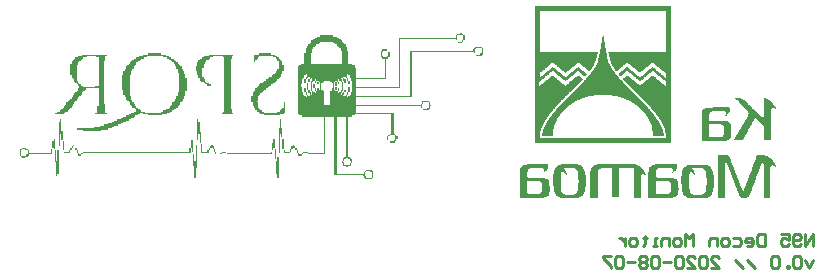
<source format=gbo>
G04*
G04 #@! TF.GenerationSoftware,Altium Limited,Altium Designer,20.1.14 (287)*
G04*
G04 Layer_Color=32896*
%FSLAX25Y25*%
%MOIN*%
G70*
G04*
G04 #@! TF.SameCoordinates,90A7C2A2-6745-46E1-82FD-39DD7986B322*
G04*
G04*
G04 #@! TF.FilePolarity,Positive*
G04*
G01*
G75*
%ADD11C,0.01000*%
G36*
X168117Y109690D02*
X168549D01*
Y109259D01*
X168980D01*
Y108828D01*
Y108397D01*
Y107966D01*
Y107535D01*
X168549D01*
Y107966D01*
Y108397D01*
Y108828D01*
Y109259D01*
X166393D01*
Y109690D01*
X167255D01*
Y110122D01*
X168117D01*
Y109690D01*
D02*
G37*
G36*
X168549Y107104D02*
X168117D01*
Y107535D01*
X168549D01*
Y107104D01*
D02*
G37*
G36*
X168117Y106673D02*
X166824D01*
Y107104D01*
X168117D01*
Y106673D01*
D02*
G37*
G36*
X166393Y108828D02*
Y108397D01*
Y107966D01*
Y107535D01*
X165962D01*
Y107966D01*
X147425D01*
Y107535D01*
Y107104D01*
Y106673D01*
Y106242D01*
Y105810D01*
Y105379D01*
Y104948D01*
Y104517D01*
Y104086D01*
Y103655D01*
Y103224D01*
Y102793D01*
Y102362D01*
Y101931D01*
Y101499D01*
Y101068D01*
Y100637D01*
Y100206D01*
Y99775D01*
Y99344D01*
Y98913D01*
Y98482D01*
Y98051D01*
Y97620D01*
Y97189D01*
Y96757D01*
Y96326D01*
Y95895D01*
Y95464D01*
Y95033D01*
Y94602D01*
Y94171D01*
Y93740D01*
Y93309D01*
Y92878D01*
Y92446D01*
Y92015D01*
Y91584D01*
X132767D01*
Y91153D01*
Y90722D01*
Y90291D01*
Y89860D01*
Y89429D01*
Y88998D01*
X150873D01*
Y89429D01*
Y89860D01*
Y90291D01*
Y90722D01*
Y91153D01*
Y91584D01*
Y92015D01*
Y92446D01*
Y92878D01*
Y93309D01*
Y93740D01*
Y94171D01*
Y94602D01*
Y95033D01*
Y95464D01*
Y95895D01*
Y96326D01*
Y96757D01*
Y97189D01*
Y97620D01*
Y98051D01*
Y98482D01*
Y98913D01*
Y99344D01*
Y99775D01*
Y100206D01*
Y100637D01*
Y101068D01*
Y101499D01*
Y101931D01*
Y102362D01*
Y102793D01*
Y103224D01*
Y103655D01*
Y104086D01*
X171566D01*
Y104517D01*
X171997D01*
Y104948D01*
X172428D01*
Y105379D01*
X174584D01*
Y104948D01*
X175015D01*
Y104517D01*
Y104086D01*
Y103655D01*
Y103224D01*
Y102793D01*
X174584D01*
Y102362D01*
X172860D01*
Y102793D01*
X174153D01*
Y103224D01*
X174584D01*
Y103655D01*
Y104086D01*
Y104517D01*
Y104948D01*
X172860D01*
Y104517D01*
X172428D01*
Y104086D01*
Y103655D01*
Y103224D01*
X171997D01*
Y103655D01*
X151304D01*
Y103224D01*
Y102793D01*
Y102362D01*
Y101931D01*
Y101499D01*
Y101068D01*
Y100637D01*
Y100206D01*
Y99775D01*
Y99344D01*
Y98913D01*
Y98482D01*
Y98051D01*
Y97620D01*
Y97189D01*
Y96757D01*
Y96326D01*
Y95895D01*
Y95464D01*
Y95033D01*
Y94602D01*
Y94171D01*
Y93740D01*
Y93309D01*
Y92878D01*
Y92446D01*
Y92015D01*
Y91584D01*
Y91153D01*
Y90722D01*
Y90291D01*
Y89860D01*
Y89429D01*
Y88998D01*
Y88566D01*
X132767D01*
Y88135D01*
Y87704D01*
Y87273D01*
Y86842D01*
Y86411D01*
Y85980D01*
X154322D01*
Y86411D01*
X154753D01*
Y85980D01*
Y85549D01*
Y85118D01*
X154322D01*
Y85549D01*
X132767D01*
Y85118D01*
Y84687D01*
Y84255D01*
Y83824D01*
Y83393D01*
X145269D01*
Y82962D01*
Y82531D01*
Y82100D01*
Y81669D01*
Y81238D01*
Y80807D01*
Y80376D01*
Y79944D01*
Y79513D01*
Y79082D01*
Y78651D01*
Y78220D01*
Y77789D01*
Y77358D01*
Y76927D01*
Y76496D01*
X145700D01*
Y76065D01*
X146131D01*
Y75634D01*
X146562D01*
Y75202D01*
Y74771D01*
X146131D01*
Y74340D01*
Y73909D01*
X145700D01*
Y73478D01*
X143976D01*
Y73909D01*
X145269D01*
Y74340D01*
X145700D01*
Y74771D01*
Y75202D01*
Y75634D01*
Y76065D01*
X143976D01*
Y76496D01*
X144407D01*
Y76927D01*
Y77358D01*
Y77789D01*
Y78220D01*
Y78651D01*
Y79082D01*
Y79513D01*
Y79944D01*
Y80376D01*
Y80807D01*
Y81238D01*
Y81669D01*
Y82100D01*
Y82531D01*
Y82962D01*
X132336D01*
Y82531D01*
X131474D01*
Y82100D01*
X130181D01*
Y81669D01*
Y81238D01*
Y80807D01*
Y80376D01*
Y79944D01*
Y79513D01*
Y79082D01*
Y78651D01*
Y78220D01*
Y77789D01*
Y77358D01*
Y76927D01*
Y76496D01*
Y76065D01*
Y75634D01*
Y75202D01*
Y74771D01*
Y74340D01*
Y73909D01*
Y73478D01*
Y73047D01*
Y72616D01*
Y72185D01*
Y71754D01*
Y71323D01*
Y70891D01*
Y70460D01*
Y70029D01*
Y69598D01*
Y69167D01*
Y68736D01*
X130612D01*
Y68305D01*
X131043D01*
Y67874D01*
X131474D01*
Y67443D01*
Y67011D01*
Y66580D01*
X131043D01*
Y67011D01*
Y67443D01*
X130612D01*
Y67874D01*
X130181D01*
Y68305D01*
X129318D01*
Y67874D01*
X128887D01*
Y67443D01*
X128456D01*
Y67874D01*
Y68305D01*
X128887D01*
Y68736D01*
X129318D01*
Y69167D01*
Y69598D01*
Y70029D01*
Y70460D01*
Y70891D01*
Y71323D01*
Y71754D01*
Y72185D01*
Y72616D01*
Y73047D01*
Y73478D01*
Y73909D01*
Y74340D01*
Y74771D01*
Y75202D01*
Y75634D01*
Y76065D01*
Y76496D01*
Y76927D01*
Y77358D01*
Y77789D01*
Y78220D01*
Y78651D01*
Y79082D01*
Y79513D01*
Y79944D01*
Y80376D01*
Y80807D01*
Y81238D01*
Y81669D01*
Y82100D01*
X126301D01*
Y81669D01*
Y81238D01*
Y80807D01*
Y80376D01*
Y79944D01*
Y79513D01*
Y79082D01*
Y78651D01*
Y78220D01*
Y77789D01*
Y77358D01*
Y76927D01*
Y76496D01*
Y76065D01*
Y75634D01*
Y75202D01*
Y74771D01*
Y74340D01*
Y73909D01*
Y73478D01*
Y73047D01*
Y72616D01*
Y72185D01*
Y71754D01*
Y71323D01*
Y70891D01*
Y70460D01*
Y70029D01*
Y69598D01*
Y69167D01*
Y68736D01*
Y68305D01*
Y67874D01*
Y67443D01*
Y67011D01*
Y66580D01*
Y66149D01*
Y65718D01*
Y65287D01*
Y64856D01*
Y64425D01*
Y63994D01*
Y63563D01*
Y63132D01*
X135354D01*
Y63563D01*
X135785D01*
Y63132D01*
Y62700D01*
Y62269D01*
X136216D01*
Y61838D01*
X137940D01*
Y61407D01*
X135785D01*
Y61838D01*
X135354D01*
Y62269D01*
X134923D01*
Y62700D01*
X125439D01*
Y63132D01*
Y63563D01*
Y63994D01*
Y64425D01*
Y64856D01*
Y65287D01*
Y65718D01*
Y66149D01*
Y66580D01*
Y67011D01*
Y67443D01*
Y67874D01*
Y68305D01*
Y68736D01*
Y69167D01*
Y69598D01*
Y70029D01*
Y70460D01*
Y70891D01*
Y71323D01*
Y71754D01*
Y72185D01*
Y72616D01*
Y73047D01*
Y73478D01*
Y73909D01*
Y74340D01*
Y74771D01*
Y75202D01*
Y75634D01*
Y76065D01*
Y76496D01*
Y76927D01*
Y77358D01*
Y77789D01*
Y78220D01*
Y78651D01*
Y79082D01*
Y79513D01*
Y79944D01*
Y80376D01*
Y80807D01*
Y81238D01*
Y81669D01*
Y82100D01*
X122421D01*
Y81669D01*
Y81238D01*
Y80807D01*
Y80376D01*
Y79944D01*
Y79513D01*
Y79082D01*
Y78651D01*
Y78220D01*
Y77789D01*
Y77358D01*
Y76927D01*
Y76496D01*
Y76065D01*
Y75634D01*
Y75202D01*
Y74771D01*
Y74340D01*
Y73909D01*
Y73478D01*
Y73047D01*
Y72616D01*
Y72185D01*
Y71754D01*
Y71323D01*
Y70891D01*
Y70460D01*
Y70029D01*
Y69598D01*
X116817D01*
Y70029D01*
X115092D01*
Y70460D01*
X116817D01*
Y70029D01*
X121990D01*
Y70460D01*
Y70891D01*
Y71323D01*
Y71754D01*
Y72185D01*
Y72616D01*
Y73047D01*
Y73478D01*
Y73909D01*
Y74340D01*
Y74771D01*
Y75202D01*
Y75634D01*
Y76065D01*
Y76496D01*
Y76927D01*
Y77358D01*
Y77789D01*
Y78220D01*
Y78651D01*
Y79082D01*
Y79513D01*
Y79944D01*
Y80376D01*
Y80807D01*
Y81238D01*
Y81669D01*
Y82100D01*
X114661D01*
Y82531D01*
X113799D01*
Y82962D01*
X113368D01*
Y83393D01*
Y83824D01*
Y84255D01*
Y84687D01*
Y85118D01*
Y85549D01*
Y85980D01*
Y86411D01*
Y86842D01*
Y87273D01*
Y87704D01*
Y88135D01*
Y88566D01*
Y88998D01*
Y89429D01*
Y89860D01*
Y90291D01*
Y90722D01*
Y91153D01*
Y91584D01*
Y92015D01*
Y92446D01*
Y92878D01*
Y93309D01*
Y93740D01*
Y94171D01*
Y94602D01*
Y95033D01*
Y95464D01*
Y95895D01*
Y96326D01*
Y96757D01*
Y97189D01*
Y97620D01*
Y98051D01*
Y98482D01*
Y98913D01*
X113799D01*
Y99344D01*
X114230D01*
Y99775D01*
X115523D01*
Y100206D01*
Y100637D01*
Y101068D01*
Y101499D01*
Y101931D01*
Y102362D01*
Y102793D01*
Y103224D01*
X115954D01*
Y103655D01*
Y104086D01*
Y104517D01*
Y104948D01*
X116385D01*
Y105379D01*
Y105810D01*
X116817D01*
Y106242D01*
X117248D01*
Y106673D01*
X117679D01*
Y107104D01*
Y107535D01*
X118541D01*
Y107966D01*
X118972D01*
Y108397D01*
X119834D01*
Y108828D01*
X120696D01*
Y109259D01*
X125007D01*
Y108828D01*
X126301D01*
Y108397D01*
X127163D01*
Y107966D01*
X127594D01*
Y107535D01*
X128025D01*
Y107104D01*
X128456D01*
Y106673D01*
X128887D01*
Y106242D01*
X129318D01*
Y105810D01*
Y105379D01*
X129750D01*
Y104948D01*
Y104517D01*
Y104086D01*
X130181D01*
Y103655D01*
Y103224D01*
Y102793D01*
Y102362D01*
Y101931D01*
Y101499D01*
Y101068D01*
Y100637D01*
Y100206D01*
Y99775D01*
X131474D01*
Y99344D01*
X132336D01*
Y98913D01*
Y98482D01*
X132767D01*
Y98051D01*
Y97620D01*
Y97189D01*
Y96757D01*
Y96326D01*
Y95895D01*
Y95464D01*
Y95033D01*
X142251D01*
Y95464D01*
Y95895D01*
Y96326D01*
Y96757D01*
Y97189D01*
Y97620D01*
Y98051D01*
Y98482D01*
Y98913D01*
Y99344D01*
Y99775D01*
Y100206D01*
Y100637D01*
Y101068D01*
Y101499D01*
X141389D01*
Y101931D01*
X140958D01*
Y102362D01*
Y102793D01*
Y103224D01*
Y103655D01*
Y104086D01*
X141389D01*
Y104517D01*
X143114D01*
Y104086D01*
X141820D01*
Y103655D01*
X141389D01*
Y103224D01*
Y102793D01*
Y102362D01*
X141820D01*
Y101931D01*
X143114D01*
Y102362D01*
X143545D01*
Y102793D01*
Y103224D01*
Y103655D01*
X143976D01*
Y103224D01*
Y102793D01*
Y102362D01*
Y101931D01*
X143545D01*
Y101499D01*
X142683D01*
Y101068D01*
Y100637D01*
Y100206D01*
Y99775D01*
Y99344D01*
Y98913D01*
Y98482D01*
Y98051D01*
Y97620D01*
Y97189D01*
Y96757D01*
Y96326D01*
Y95895D01*
Y95464D01*
Y95033D01*
Y94602D01*
X132767D01*
Y94171D01*
Y93740D01*
Y93309D01*
Y92878D01*
Y92446D01*
Y92015D01*
X146994D01*
Y92446D01*
Y92878D01*
Y93309D01*
Y93740D01*
Y94171D01*
Y94602D01*
Y95033D01*
Y95464D01*
Y95895D01*
Y96326D01*
Y96757D01*
Y97189D01*
Y97620D01*
Y98051D01*
Y98482D01*
Y98913D01*
Y99344D01*
Y99775D01*
Y100206D01*
Y100637D01*
Y101068D01*
Y101499D01*
Y101931D01*
Y102362D01*
Y102793D01*
Y103224D01*
Y103655D01*
Y104086D01*
Y104517D01*
Y104948D01*
Y105379D01*
Y105810D01*
Y106242D01*
Y106673D01*
Y107104D01*
Y107535D01*
Y107966D01*
Y108397D01*
X165962D01*
Y108828D01*
Y109259D01*
X166393D01*
Y108828D01*
D02*
G37*
G36*
X260701Y88250D02*
X261147D01*
Y88101D01*
X261594D01*
Y87953D01*
X261742D01*
Y87804D01*
X262040D01*
Y87655D01*
X262189D01*
Y87506D01*
X262337D01*
Y87358D01*
X262486D01*
Y87209D01*
X262635D01*
Y87060D01*
X262783D01*
Y86911D01*
X262932D01*
Y86763D01*
X263081D01*
Y86614D01*
X263230D01*
Y86465D01*
X263378D01*
Y86317D01*
X263527D01*
Y86168D01*
X263676D01*
Y86019D01*
X263825D01*
Y85870D01*
X263973D01*
Y85722D01*
X264122D01*
Y85573D01*
X264271D01*
Y85424D01*
X264420D01*
Y85276D01*
X264568D01*
Y85127D01*
X264717D01*
Y84978D01*
X264866D01*
Y84829D01*
X265014D01*
Y84681D01*
X265163D01*
Y84532D01*
X265312D01*
Y84383D01*
X265461D01*
Y84234D01*
X265609D01*
Y84086D01*
X265907D01*
Y83937D01*
X266055D01*
Y83788D01*
X266204D01*
Y83640D01*
X266353D01*
Y83491D01*
X266502D01*
Y83342D01*
X266650D01*
Y83193D01*
X266799D01*
Y83045D01*
X266948D01*
Y82896D01*
X267097D01*
Y82747D01*
X267245D01*
Y82598D01*
X267394D01*
Y82450D01*
X267543D01*
Y82301D01*
X267840D01*
Y82152D01*
X267989D01*
Y82003D01*
X268138D01*
Y81855D01*
X268584D01*
Y82003D01*
Y82152D01*
Y82301D01*
Y82450D01*
Y82598D01*
Y82747D01*
Y82896D01*
Y83045D01*
Y83193D01*
Y83342D01*
Y83491D01*
Y83640D01*
Y83788D01*
Y83937D01*
Y84086D01*
Y84234D01*
Y84383D01*
Y84532D01*
Y84681D01*
Y84829D01*
Y84978D01*
Y85127D01*
Y85276D01*
Y85424D01*
Y85573D01*
Y85722D01*
Y85870D01*
Y86019D01*
Y86168D01*
Y86317D01*
Y86465D01*
Y86614D01*
Y86763D01*
Y86911D01*
Y87060D01*
Y87209D01*
Y87358D01*
Y87506D01*
Y87655D01*
Y87804D01*
Y87953D01*
Y88101D01*
Y88250D01*
X269476D01*
Y88101D01*
X269922D01*
Y87953D01*
X270220D01*
Y87804D01*
X270369D01*
Y87655D01*
X270666D01*
Y87506D01*
X270815D01*
Y87358D01*
X270964D01*
Y87209D01*
X271112D01*
Y87060D01*
X271261D01*
Y86911D01*
X271410D01*
Y86763D01*
X271558D01*
Y86614D01*
X271707D01*
Y86465D01*
Y86317D01*
X271856D01*
Y86168D01*
X272005D01*
Y86019D01*
X272153D01*
Y85870D01*
Y85722D01*
X272302D01*
Y85573D01*
X272451D01*
Y85424D01*
Y85276D01*
X272600D01*
Y85127D01*
Y84978D01*
X272748D01*
Y84829D01*
Y84681D01*
X272451D01*
Y84829D01*
X272302D01*
Y84978D01*
X271707D01*
Y85127D01*
X271558D01*
Y84978D01*
X271410D01*
Y84829D01*
X271261D01*
Y84681D01*
Y84532D01*
X271112D01*
Y84383D01*
Y84234D01*
Y84086D01*
Y83937D01*
Y83788D01*
Y83640D01*
Y83491D01*
Y83342D01*
Y83193D01*
Y83045D01*
Y82896D01*
Y82747D01*
Y82598D01*
Y82450D01*
Y82301D01*
Y82152D01*
Y82003D01*
Y81855D01*
Y81706D01*
Y81557D01*
Y81409D01*
Y81260D01*
Y81111D01*
Y80962D01*
Y80814D01*
Y80665D01*
Y80516D01*
Y80367D01*
Y80219D01*
Y80070D01*
Y79921D01*
Y79773D01*
Y79624D01*
Y79475D01*
Y79326D01*
Y79178D01*
Y79029D01*
Y78880D01*
Y78731D01*
Y78583D01*
Y78434D01*
Y78285D01*
Y78136D01*
Y77988D01*
Y77839D01*
Y77690D01*
Y77542D01*
Y77393D01*
Y77244D01*
Y77095D01*
Y76947D01*
Y76798D01*
Y76649D01*
Y76500D01*
Y76352D01*
Y76203D01*
Y76054D01*
Y75906D01*
Y75757D01*
Y75608D01*
Y75459D01*
Y75311D01*
Y75162D01*
Y75013D01*
Y74865D01*
Y74716D01*
Y74567D01*
Y74418D01*
Y74270D01*
X268584D01*
Y74418D01*
Y74567D01*
Y74716D01*
Y74865D01*
Y75013D01*
Y75162D01*
Y75311D01*
Y75459D01*
Y75608D01*
Y75757D01*
Y75906D01*
Y76054D01*
Y76203D01*
Y76352D01*
Y76500D01*
Y76649D01*
Y76798D01*
Y76947D01*
Y77095D01*
Y77244D01*
Y77393D01*
Y77542D01*
Y77690D01*
Y77839D01*
Y77988D01*
Y78136D01*
Y78285D01*
Y78434D01*
Y78583D01*
Y78731D01*
Y78880D01*
X268435D01*
Y79029D01*
Y79178D01*
X268286D01*
Y79326D01*
X268138D01*
Y79475D01*
X267989D01*
Y79624D01*
X267840D01*
Y79773D01*
X267691D01*
Y79921D01*
X267543D01*
Y80070D01*
X267394D01*
Y80219D01*
X267245D01*
Y80367D01*
X267097D01*
Y80516D01*
X266948D01*
Y80665D01*
X266799D01*
Y80814D01*
Y80962D01*
X266650D01*
Y81111D01*
X266502D01*
Y81260D01*
X266353D01*
Y81409D01*
X266204D01*
Y81557D01*
X265758D01*
Y81409D01*
X265609D01*
Y81260D01*
X265461D01*
Y81111D01*
Y80962D01*
X265312D01*
Y80814D01*
Y80665D01*
X265163D01*
Y80516D01*
X265014D01*
Y80367D01*
Y80219D01*
X264866D01*
Y80070D01*
Y79921D01*
X264717D01*
Y79773D01*
Y79624D01*
X264568D01*
Y79475D01*
Y79326D01*
X264420D01*
Y79178D01*
X264271D01*
Y79029D01*
Y78880D01*
X264122D01*
Y78731D01*
Y78583D01*
X263973D01*
Y78434D01*
Y78285D01*
X263825D01*
Y78136D01*
X263676D01*
Y77988D01*
Y77839D01*
X263527D01*
Y77690D01*
Y77542D01*
X263378D01*
Y77393D01*
Y77244D01*
X263230D01*
Y77095D01*
X263081D01*
Y76947D01*
Y76798D01*
X262932D01*
Y76649D01*
Y76500D01*
X262783D01*
Y76352D01*
Y76203D01*
X262635D01*
Y76054D01*
X262486D01*
Y75906D01*
Y75757D01*
X262337D01*
Y75608D01*
Y75459D01*
X262189D01*
Y75311D01*
Y75162D01*
X262040D01*
Y75013D01*
X261891D01*
Y74865D01*
Y74716D01*
X261742D01*
Y74567D01*
X261594D01*
Y74418D01*
X261445D01*
Y74270D01*
X258619D01*
Y74418D01*
X258768D01*
Y74567D01*
X258916D01*
Y74716D01*
Y74865D01*
X259065D01*
Y75013D01*
Y75162D01*
X259214D01*
Y75311D01*
Y75459D01*
X259363D01*
Y75608D01*
X259511D01*
Y75757D01*
Y75906D01*
X259660D01*
Y76054D01*
Y76203D01*
X259809D01*
Y76352D01*
X259958D01*
Y76500D01*
Y76649D01*
X260106D01*
Y76798D01*
Y76947D01*
X260255D01*
Y77095D01*
X260404D01*
Y77244D01*
Y77393D01*
X260553D01*
Y77542D01*
Y77690D01*
X260701D01*
Y77839D01*
X260850D01*
Y77988D01*
Y78136D01*
X260999D01*
Y78285D01*
Y78434D01*
X261147D01*
Y78583D01*
X261296D01*
Y78731D01*
Y78880D01*
X261445D01*
Y79029D01*
Y79178D01*
X261594D01*
Y79326D01*
X261742D01*
Y79475D01*
Y79624D01*
X261891D01*
Y79773D01*
Y79921D01*
X262040D01*
Y80070D01*
Y80219D01*
X262189D01*
Y80367D01*
X262337D01*
Y80516D01*
Y80665D01*
X262486D01*
Y80814D01*
Y80962D01*
X262635D01*
Y81111D01*
Y81260D01*
X262783D01*
Y81409D01*
X262932D01*
Y81557D01*
Y81706D01*
X263081D01*
Y81855D01*
Y82003D01*
X263230D01*
Y82152D01*
Y82301D01*
X263378D01*
Y82450D01*
Y82598D01*
X263527D01*
Y82747D01*
Y82896D01*
X263676D01*
Y83045D01*
Y83193D01*
Y83342D01*
X263527D01*
Y83491D01*
Y83640D01*
X263378D01*
Y83788D01*
Y83937D01*
X263230D01*
Y84086D01*
X263081D01*
Y84234D01*
X262932D01*
Y84383D01*
X262783D01*
Y84532D01*
X262635D01*
Y84681D01*
X262486D01*
Y84829D01*
X262337D01*
Y84978D01*
X262189D01*
Y85127D01*
X262040D01*
Y85276D01*
X261891D01*
Y85424D01*
X261742D01*
Y85573D01*
X261594D01*
Y85722D01*
X261445D01*
Y85870D01*
X261296D01*
Y86019D01*
X261147D01*
Y86168D01*
X260999D01*
Y86317D01*
Y86465D01*
X260850D01*
Y86614D01*
X260701D01*
Y86763D01*
X260553D01*
Y86911D01*
X260404D01*
Y87060D01*
X260255D01*
Y87209D01*
X260106D01*
Y87358D01*
X259958D01*
Y87506D01*
X259809D01*
Y87655D01*
X259660D01*
Y87804D01*
X259511D01*
Y87953D01*
X259363D01*
Y88101D01*
X259214D01*
Y88250D01*
Y88399D01*
X260701D01*
Y88250D01*
D02*
G37*
G36*
X156909Y86842D02*
X157340D01*
Y86411D01*
Y85980D01*
X157771D01*
Y85549D01*
X157340D01*
Y85118D01*
Y84687D01*
X156909D01*
Y84255D01*
X155184D01*
Y84687D01*
X156478D01*
Y85118D01*
X156909D01*
Y85549D01*
Y85980D01*
Y86411D01*
Y86842D01*
X155184D01*
Y86411D01*
X154753D01*
Y86842D01*
Y87273D01*
X156909D01*
Y86842D01*
D02*
G37*
G36*
X91813Y102362D02*
X91382D01*
Y101931D01*
Y101499D01*
X90951D01*
Y101068D01*
Y100637D01*
Y100206D01*
Y99775D01*
Y99344D01*
Y98913D01*
Y98482D01*
Y98051D01*
Y97620D01*
Y97189D01*
Y96757D01*
Y96326D01*
Y95895D01*
Y95464D01*
Y95033D01*
Y94602D01*
Y94171D01*
Y93740D01*
Y93309D01*
Y92878D01*
Y92446D01*
Y92015D01*
Y91584D01*
Y91153D01*
Y90722D01*
Y90291D01*
Y89860D01*
Y89429D01*
Y88998D01*
Y88566D01*
Y88135D01*
Y87704D01*
Y87273D01*
Y86842D01*
Y86411D01*
Y85980D01*
Y85549D01*
Y85118D01*
Y84687D01*
X91382D01*
Y84255D01*
Y83824D01*
Y83393D01*
X91813D01*
Y82962D01*
X87933D01*
Y83393D01*
X88364D01*
Y83824D01*
X88795D01*
Y84255D01*
Y84687D01*
Y85118D01*
Y85549D01*
Y85980D01*
Y86411D01*
Y86842D01*
Y87273D01*
Y87704D01*
Y88135D01*
Y88566D01*
Y88998D01*
Y89429D01*
Y89860D01*
Y90291D01*
Y90722D01*
Y91153D01*
Y91584D01*
Y92015D01*
Y92446D01*
Y92878D01*
Y93309D01*
Y93740D01*
Y94171D01*
Y94602D01*
Y95033D01*
Y95464D01*
Y95895D01*
Y96326D01*
Y96757D01*
Y97189D01*
Y97620D01*
Y98051D01*
Y98482D01*
Y98913D01*
Y99344D01*
Y99775D01*
Y100206D01*
Y100637D01*
Y101068D01*
Y101499D01*
Y101931D01*
X88364D01*
Y102362D01*
X84915D01*
Y101931D01*
X84053D01*
Y101499D01*
X83622D01*
Y101068D01*
X82760D01*
Y100637D01*
Y100206D01*
X82329D01*
Y99775D01*
X81897D01*
Y99344D01*
Y98913D01*
Y98482D01*
X81466D01*
Y98051D01*
Y97620D01*
Y97189D01*
Y96757D01*
Y96326D01*
Y95895D01*
Y95464D01*
X81897D01*
Y95033D01*
Y94602D01*
X82329D01*
Y94171D01*
Y93740D01*
X82760D01*
Y93309D01*
X83622D01*
Y92878D01*
X84484D01*
Y92446D01*
X83191D01*
Y92878D01*
X82329D01*
Y93309D01*
X81897D01*
Y93740D01*
X81035D01*
Y94171D01*
X80604D01*
Y94602D01*
Y95033D01*
X80173D01*
Y95464D01*
Y95895D01*
X79742D01*
Y96326D01*
Y96757D01*
Y97189D01*
X79311D01*
Y97620D01*
Y98051D01*
Y98482D01*
Y98913D01*
X79742D01*
Y99344D01*
Y99775D01*
Y100206D01*
X80173D01*
Y100637D01*
Y101068D01*
X80604D01*
Y101499D01*
X81466D01*
Y101931D01*
X81897D01*
Y102362D01*
X83622D01*
Y102793D01*
X91813D01*
Y102362D01*
D02*
G37*
G36*
X49565D02*
X49134D01*
Y101931D01*
Y101499D01*
Y101068D01*
Y100637D01*
X48703D01*
Y100206D01*
Y99775D01*
Y99344D01*
Y98913D01*
Y98482D01*
Y98051D01*
Y97620D01*
Y97189D01*
Y96757D01*
Y96326D01*
Y95895D01*
Y95464D01*
Y95033D01*
Y94602D01*
Y94171D01*
Y93740D01*
Y93309D01*
Y92878D01*
Y92446D01*
Y92015D01*
Y91584D01*
Y91153D01*
Y90722D01*
Y90291D01*
Y89860D01*
Y89429D01*
Y88998D01*
Y88566D01*
Y88135D01*
Y87704D01*
Y87273D01*
Y86842D01*
Y86411D01*
X49134D01*
Y85980D01*
Y85549D01*
Y85118D01*
Y84687D01*
Y84255D01*
Y83824D01*
Y83393D01*
X49565D01*
Y82962D01*
X45685D01*
Y83393D01*
X46547D01*
Y83824D01*
Y84255D01*
Y84687D01*
Y85118D01*
Y85549D01*
X46978D01*
Y85980D01*
Y86411D01*
Y86842D01*
Y87273D01*
Y87704D01*
Y88135D01*
Y88566D01*
Y88998D01*
Y89429D01*
Y89860D01*
Y90291D01*
Y90722D01*
Y91153D01*
Y91584D01*
X42667D01*
Y91153D01*
X42236D01*
Y90722D01*
X41805D01*
Y90291D01*
X41374D01*
Y89860D01*
Y89429D01*
X40943D01*
Y88998D01*
X40512D01*
Y88566D01*
X40081D01*
Y88135D01*
X39650D01*
Y87704D01*
Y87273D01*
X39219D01*
Y86842D01*
X38787D01*
Y86411D01*
X38356D01*
Y85980D01*
Y85549D01*
X37925D01*
Y85118D01*
X37494D01*
Y84687D01*
X37063D01*
Y84255D01*
X36632D01*
Y83824D01*
X35770D01*
Y83393D01*
X35339D01*
Y82962D01*
X32321D01*
Y83393D01*
X33183D01*
Y83824D01*
X34045D01*
Y84255D01*
X34477D01*
Y84687D01*
X34908D01*
Y85118D01*
X35339D01*
Y85549D01*
X35770D01*
Y85980D01*
X36201D01*
Y86411D01*
Y86842D01*
X36632D01*
Y87273D01*
X37063D01*
Y87704D01*
X37494D01*
Y88135D01*
X37925D01*
Y88566D01*
X38356D01*
Y88998D01*
Y89429D01*
X38787D01*
Y89860D01*
X39219D01*
Y90291D01*
X39650D01*
Y90722D01*
X40081D01*
Y91153D01*
Y91584D01*
X40512D01*
Y92015D01*
Y92446D01*
X40081D01*
Y92878D01*
X39650D01*
Y93309D01*
X39219D01*
Y93740D01*
X38787D01*
Y94171D01*
Y94602D01*
X38356D01*
Y95033D01*
X37925D01*
Y95464D01*
Y95895D01*
X37494D01*
Y96326D01*
Y96757D01*
Y97189D01*
Y97620D01*
Y98051D01*
Y98482D01*
Y98913D01*
Y99344D01*
Y99775D01*
X37925D01*
Y100206D01*
Y100637D01*
X38356D01*
Y101068D01*
X38787D01*
Y101499D01*
X39219D01*
Y101931D01*
X40081D01*
Y102362D01*
X41374D01*
Y102793D01*
X49565D01*
Y102362D01*
D02*
G37*
G36*
X104315Y102793D02*
X105608D01*
Y102362D01*
X106470D01*
Y101931D01*
X106901D01*
Y101499D01*
X107332D01*
Y101068D01*
X107764D01*
Y100637D01*
X108195D01*
Y100206D01*
Y99775D01*
Y99344D01*
X108626D01*
Y98913D01*
Y98482D01*
Y98051D01*
Y97620D01*
Y97189D01*
X108195D01*
Y96757D01*
Y96326D01*
X107764D01*
Y95895D01*
Y95464D01*
X107332D01*
Y95033D01*
X106901D01*
Y94602D01*
X106470D01*
Y94171D01*
X106039D01*
Y93740D01*
X105608D01*
Y93309D01*
X105177D01*
Y92878D01*
X104315D01*
Y92446D01*
X103884D01*
Y92015D01*
X103453D01*
Y91584D01*
X102590D01*
Y91153D01*
X102159D01*
Y90722D01*
X101728D01*
Y90291D01*
X101297D01*
Y89860D01*
X100866D01*
Y89429D01*
X100435D01*
Y88998D01*
X100004D01*
Y88566D01*
Y88135D01*
Y87704D01*
Y87273D01*
X99573D01*
Y86842D01*
X100004D01*
Y86411D01*
Y85980D01*
Y85549D01*
Y85118D01*
X100435D01*
Y84687D01*
X100866D01*
Y84255D01*
X101297D01*
Y83824D01*
X102159D01*
Y83393D01*
X106470D01*
Y83824D01*
X107332D01*
Y84255D01*
X107764D01*
Y84687D01*
X108195D01*
Y85118D01*
X108626D01*
Y85549D01*
Y85980D01*
Y86411D01*
Y86842D01*
X109057D01*
Y86411D01*
Y85980D01*
Y85549D01*
Y85118D01*
Y84687D01*
Y84255D01*
Y83824D01*
Y83393D01*
X108626D01*
Y82962D01*
X107332D01*
Y82531D01*
X102159D01*
Y82962D01*
X100866D01*
Y83393D01*
X100435D01*
Y83824D01*
X99573D01*
Y84255D01*
X99142D01*
Y84687D01*
Y85118D01*
X98710D01*
Y85549D01*
X98279D01*
Y85980D01*
Y86411D01*
Y86842D01*
X97848D01*
Y87273D01*
Y87704D01*
Y88135D01*
Y88566D01*
Y88998D01*
X98279D01*
Y89429D01*
Y89860D01*
Y90291D01*
X98710D01*
Y90722D01*
X99142D01*
Y91153D01*
Y91584D01*
X99573D01*
Y92015D01*
X100004D01*
Y92446D01*
X100435D01*
Y92878D01*
X100866D01*
Y93309D01*
X101728D01*
Y93740D01*
X102159D01*
Y94171D01*
X102590D01*
Y94602D01*
X103453D01*
Y95033D01*
X103884D01*
Y95464D01*
X104746D01*
Y95895D01*
X105177D01*
Y96326D01*
X105608D01*
Y96757D01*
X106039D01*
Y97189D01*
X106470D01*
Y97620D01*
Y98051D01*
X106901D01*
Y98482D01*
Y98913D01*
Y99344D01*
Y99775D01*
Y100206D01*
Y100637D01*
X106470D01*
Y101068D01*
Y101499D01*
X106039D01*
Y101931D01*
X105177D01*
Y102362D01*
X100435D01*
Y101931D01*
X100004D01*
Y101499D01*
X99573D01*
Y101068D01*
X99142D01*
Y100637D01*
Y100206D01*
X98710D01*
Y100637D01*
Y101068D01*
Y101499D01*
Y101931D01*
Y102362D01*
Y102793D01*
X100435D01*
Y103224D01*
X104315D01*
Y102793D01*
D02*
G37*
G36*
X67671D02*
X69396D01*
Y102362D01*
X70258D01*
Y101931D01*
X71120D01*
Y101499D01*
X71982D01*
Y101068D01*
X72413D01*
Y100637D01*
X72844D01*
Y100206D01*
X73276D01*
Y99775D01*
X73707D01*
Y99344D01*
X74138D01*
Y98913D01*
X74569D01*
Y98482D01*
Y98051D01*
X75000D01*
Y97620D01*
Y97189D01*
X75431D01*
Y96757D01*
Y96326D01*
X75862D01*
Y95895D01*
Y95464D01*
Y95033D01*
X76293D01*
Y94602D01*
Y94171D01*
Y93740D01*
Y93309D01*
Y92878D01*
Y92446D01*
Y92015D01*
Y91584D01*
Y91153D01*
Y90722D01*
X75862D01*
Y90291D01*
Y89860D01*
Y89429D01*
Y88998D01*
X75431D01*
Y88566D01*
Y88135D01*
X75000D01*
Y87704D01*
Y87273D01*
X74569D01*
Y86842D01*
X74138D01*
Y86411D01*
Y85980D01*
X73707D01*
Y85549D01*
X73276D01*
Y85118D01*
X72844D01*
Y84687D01*
X71982D01*
Y84255D01*
X71551D01*
Y83824D01*
X70689D01*
Y83393D01*
X69827D01*
Y82962D01*
X68102D01*
Y82531D01*
X63360D01*
Y82962D01*
X61636D01*
Y83393D01*
X60774D01*
Y82962D01*
X59911D01*
Y82531D01*
X59049D01*
Y82100D01*
X58618D01*
Y81669D01*
X57756D01*
Y81238D01*
X56894D01*
Y80807D01*
X56032D01*
Y80376D01*
X55169D01*
Y79944D01*
X54307D01*
Y79513D01*
X53445D01*
Y79082D01*
X52152D01*
Y78651D01*
X51289D01*
Y78220D01*
X49996D01*
Y77789D01*
X47841D01*
Y77358D01*
X41805D01*
Y77789D01*
X39650D01*
Y78220D01*
X45254D01*
Y78651D01*
X47409D01*
Y79082D01*
X48703D01*
Y79513D01*
X49996D01*
Y79944D01*
X51289D01*
Y80376D01*
X52152D01*
Y80807D01*
X53014D01*
Y81238D01*
X54307D01*
Y81669D01*
X55169D01*
Y82100D01*
X56032D01*
Y82531D01*
X56894D01*
Y82962D01*
X57756D01*
Y83393D01*
X58618D01*
Y83824D01*
X59480D01*
Y84255D01*
Y84687D01*
X59049D01*
Y85118D01*
X58187D01*
Y85549D01*
X57756D01*
Y85980D01*
X57325D01*
Y86411D01*
Y86842D01*
X56894D01*
Y87273D01*
X56463D01*
Y87704D01*
X56032D01*
Y88135D01*
Y88566D01*
X55600D01*
Y88998D01*
Y89429D01*
X55169D01*
Y89860D01*
Y90291D01*
Y90722D01*
Y91153D01*
X54738D01*
Y91584D01*
Y92015D01*
Y92446D01*
Y92878D01*
Y93309D01*
Y93740D01*
Y94171D01*
Y94602D01*
Y95033D01*
Y95464D01*
Y95895D01*
X55169D01*
Y96326D01*
Y96757D01*
Y97189D01*
X55600D01*
Y97620D01*
Y98051D01*
X56032D01*
Y98482D01*
Y98913D01*
X56463D01*
Y99344D01*
X56894D01*
Y99775D01*
X57325D01*
Y100206D01*
X57756D01*
Y100637D01*
X58187D01*
Y101068D01*
X58618D01*
Y101499D01*
X59480D01*
Y101931D01*
X60343D01*
Y102362D01*
X61636D01*
Y102793D01*
X63360D01*
Y103224D01*
X67671D01*
Y102793D01*
D02*
G37*
G36*
X256983Y85127D02*
X257280D01*
Y84978D01*
X257429D01*
Y84829D01*
Y84681D01*
Y84532D01*
Y84383D01*
Y84234D01*
X257280D01*
Y84086D01*
Y83937D01*
Y83788D01*
X257132D01*
Y83640D01*
Y83491D01*
X256983D01*
Y83342D01*
Y83193D01*
X256834D01*
Y83045D01*
X256686D01*
Y82896D01*
X256537D01*
Y82747D01*
X256388D01*
Y82598D01*
X256239D01*
Y82450D01*
X255793D01*
Y82598D01*
X255942D01*
Y82747D01*
Y82896D01*
Y83045D01*
Y83193D01*
Y83342D01*
Y83491D01*
Y83640D01*
X255793D01*
Y83788D01*
X255644D01*
Y83937D01*
X251331D01*
Y83788D01*
X251034D01*
Y83640D01*
X250885D01*
Y83491D01*
X250736D01*
Y83342D01*
X250588D01*
Y83193D01*
Y83045D01*
X250439D01*
Y82896D01*
Y82747D01*
Y82598D01*
X250290D01*
Y82450D01*
Y82301D01*
Y82152D01*
Y82003D01*
Y81855D01*
Y81706D01*
Y81557D01*
Y81409D01*
Y81260D01*
Y81111D01*
Y80962D01*
X250439D01*
Y80814D01*
X252670D01*
Y80665D01*
X255942D01*
Y80516D01*
X256686D01*
Y80367D01*
X256983D01*
Y80219D01*
X257132D01*
Y80070D01*
X257280D01*
Y79921D01*
X257429D01*
Y79773D01*
X257578D01*
Y79624D01*
Y79475D01*
Y79326D01*
X257727D01*
Y79178D01*
Y79029D01*
Y78880D01*
Y78731D01*
Y78583D01*
X257875D01*
Y78434D01*
Y78285D01*
Y78136D01*
Y77988D01*
Y77839D01*
Y77690D01*
Y77542D01*
Y77393D01*
Y77244D01*
Y77095D01*
Y76947D01*
Y76798D01*
Y76649D01*
Y76500D01*
Y76352D01*
Y76203D01*
Y76054D01*
Y75906D01*
Y75757D01*
X257727D01*
Y75608D01*
Y75459D01*
Y75311D01*
Y75162D01*
X257578D01*
Y75013D01*
Y74865D01*
X257429D01*
Y74716D01*
X257280D01*
Y74567D01*
X257132D01*
Y74418D01*
X256834D01*
Y74270D01*
X256537D01*
Y74121D01*
X247911D01*
Y74270D01*
Y74418D01*
Y74567D01*
Y74716D01*
Y74865D01*
Y75013D01*
Y75162D01*
Y75311D01*
Y75459D01*
Y75608D01*
Y75757D01*
Y75906D01*
Y76054D01*
Y76203D01*
Y76352D01*
Y76500D01*
Y76649D01*
Y76798D01*
Y76947D01*
Y77095D01*
Y77244D01*
Y77393D01*
Y77542D01*
Y77690D01*
Y77839D01*
Y77988D01*
Y78136D01*
Y78285D01*
Y78434D01*
Y78583D01*
Y78731D01*
Y78880D01*
Y79029D01*
Y79178D01*
Y79326D01*
Y79475D01*
Y79624D01*
Y79773D01*
Y79921D01*
Y80070D01*
Y80219D01*
Y80367D01*
Y80516D01*
Y80665D01*
Y80814D01*
Y80962D01*
Y81111D01*
Y81260D01*
Y81409D01*
Y81557D01*
Y81706D01*
Y81855D01*
Y82003D01*
Y82152D01*
Y82301D01*
Y82450D01*
Y82598D01*
Y82747D01*
Y82896D01*
Y83045D01*
Y83193D01*
X248059D01*
Y83342D01*
Y83491D01*
Y83640D01*
Y83788D01*
Y83937D01*
X248208D01*
Y84086D01*
Y84234D01*
X248357D01*
Y84383D01*
X248505D01*
Y84532D01*
X248654D01*
Y84681D01*
X248803D01*
Y84829D01*
X249100D01*
Y84978D01*
X249695D01*
Y85127D01*
X251629D01*
Y85276D01*
X256983D01*
Y85127D01*
D02*
G37*
G36*
X143976Y75634D02*
X143545D01*
Y76065D01*
X143976D01*
Y75634D01*
D02*
G37*
G36*
X107764Y80807D02*
Y80376D01*
Y79944D01*
Y79513D01*
Y79082D01*
Y78651D01*
Y78220D01*
X108195D01*
Y77789D01*
Y77358D01*
Y76927D01*
Y76496D01*
Y76065D01*
Y75634D01*
Y75202D01*
X107764D01*
Y75634D01*
Y76065D01*
Y76496D01*
X107332D01*
Y76065D01*
Y75634D01*
Y75202D01*
Y74771D01*
Y74340D01*
Y73909D01*
Y73478D01*
Y73047D01*
Y72616D01*
Y72185D01*
Y71754D01*
Y71323D01*
Y70891D01*
Y70460D01*
Y70029D01*
X106901D01*
Y70460D01*
Y70891D01*
Y71323D01*
Y71754D01*
Y72185D01*
Y72616D01*
Y73047D01*
Y73478D01*
Y73909D01*
Y74340D01*
Y74771D01*
Y75202D01*
Y75634D01*
Y76065D01*
Y76496D01*
Y76927D01*
Y77358D01*
Y77789D01*
Y78220D01*
X107332D01*
Y78651D01*
Y79082D01*
Y79513D01*
Y79944D01*
Y80376D01*
Y80807D01*
Y81238D01*
X107764D01*
Y80807D01*
D02*
G37*
G36*
X143545Y75202D02*
Y74771D01*
Y74340D01*
X143114D01*
Y74771D01*
Y75202D01*
Y75634D01*
X143545D01*
Y75202D01*
D02*
G37*
G36*
X34477Y80807D02*
Y80376D01*
Y79944D01*
Y79513D01*
Y79082D01*
Y78651D01*
Y78220D01*
Y77789D01*
Y77358D01*
X34908D01*
Y76927D01*
Y76496D01*
Y76065D01*
Y75634D01*
Y75202D01*
Y74771D01*
Y74340D01*
X34477D01*
Y74771D01*
Y75202D01*
Y75634D01*
Y76065D01*
Y76496D01*
X34045D01*
Y76065D01*
Y75634D01*
Y75202D01*
Y74771D01*
Y74340D01*
Y73909D01*
Y73478D01*
Y73047D01*
Y72616D01*
Y72185D01*
X33614D01*
Y72616D01*
Y73047D01*
Y73478D01*
Y73909D01*
Y74340D01*
Y74771D01*
Y75202D01*
Y75634D01*
Y76065D01*
Y76496D01*
Y76927D01*
Y77358D01*
Y77789D01*
Y78220D01*
Y78651D01*
Y79082D01*
Y79513D01*
Y79944D01*
Y80376D01*
X34045D01*
Y80807D01*
Y81238D01*
X34477D01*
Y80807D01*
D02*
G37*
G36*
X80173D02*
Y80376D01*
X80604D01*
Y79944D01*
Y79513D01*
Y79082D01*
Y78651D01*
Y78220D01*
Y77789D01*
Y77358D01*
Y76927D01*
X81035D01*
Y76496D01*
Y76065D01*
Y75634D01*
Y75202D01*
Y74771D01*
Y74340D01*
Y73909D01*
Y73478D01*
X80604D01*
Y73909D01*
Y74340D01*
Y74771D01*
Y75202D01*
Y75634D01*
Y76065D01*
Y76496D01*
X80173D01*
Y76065D01*
Y75634D01*
Y75202D01*
Y74771D01*
Y74340D01*
X79742D01*
Y74771D01*
Y75202D01*
Y75634D01*
Y76065D01*
Y76496D01*
Y76927D01*
Y77358D01*
Y77789D01*
Y78220D01*
Y78651D01*
Y79082D01*
Y79513D01*
Y79944D01*
Y80376D01*
Y80807D01*
Y81238D01*
X80173D01*
Y80807D01*
D02*
G37*
G36*
X237797Y118739D02*
Y118591D01*
Y118442D01*
Y118293D01*
Y118145D01*
Y117996D01*
Y117847D01*
Y117698D01*
Y117550D01*
Y117401D01*
Y117252D01*
Y117104D01*
Y116955D01*
Y116806D01*
Y116657D01*
Y116509D01*
Y116360D01*
Y116211D01*
Y116062D01*
Y115914D01*
Y115765D01*
Y115616D01*
Y115468D01*
Y115319D01*
Y115170D01*
Y115021D01*
Y114873D01*
Y114724D01*
Y114575D01*
Y114426D01*
Y114278D01*
Y114129D01*
Y113980D01*
Y113831D01*
Y113683D01*
Y113534D01*
Y113385D01*
Y113237D01*
Y113088D01*
Y112939D01*
Y112790D01*
Y112642D01*
Y112493D01*
Y112344D01*
Y112196D01*
Y112047D01*
Y111898D01*
Y111749D01*
Y111600D01*
Y111452D01*
Y111303D01*
Y111154D01*
Y111006D01*
Y110857D01*
Y110708D01*
Y110559D01*
Y110411D01*
Y110262D01*
Y110113D01*
Y109965D01*
Y109816D01*
Y109667D01*
Y109518D01*
Y109370D01*
Y109221D01*
Y109072D01*
Y108923D01*
Y108775D01*
Y108626D01*
Y108477D01*
Y108328D01*
Y108180D01*
Y108031D01*
Y107882D01*
Y107734D01*
Y107585D01*
Y107436D01*
Y107287D01*
Y107139D01*
Y106990D01*
Y106841D01*
Y106693D01*
Y106544D01*
Y106395D01*
Y106246D01*
Y106098D01*
Y105949D01*
Y105800D01*
Y105651D01*
Y105503D01*
Y105354D01*
Y105205D01*
Y105057D01*
Y104908D01*
Y104759D01*
Y104610D01*
Y104462D01*
Y104313D01*
Y104164D01*
Y104015D01*
Y103867D01*
Y103718D01*
Y103569D01*
Y103420D01*
Y103272D01*
Y103123D01*
Y102974D01*
Y102825D01*
Y102677D01*
Y102528D01*
Y102379D01*
Y102231D01*
Y102082D01*
Y101933D01*
Y101784D01*
Y101636D01*
Y101487D01*
Y101338D01*
Y101189D01*
Y101041D01*
Y100892D01*
Y100743D01*
Y100595D01*
Y100446D01*
Y100297D01*
Y100148D01*
Y100000D01*
Y99851D01*
Y99702D01*
Y99554D01*
Y99405D01*
Y99256D01*
Y99107D01*
Y98959D01*
Y98810D01*
Y98661D01*
Y98512D01*
Y98364D01*
Y98215D01*
Y98066D01*
Y97917D01*
Y97769D01*
Y97620D01*
Y97471D01*
Y97323D01*
Y97174D01*
Y97025D01*
Y96876D01*
Y96728D01*
Y96579D01*
Y96430D01*
Y96281D01*
Y96133D01*
Y95984D01*
Y95835D01*
Y95687D01*
Y95538D01*
Y95389D01*
Y95240D01*
Y95092D01*
Y94943D01*
Y94794D01*
Y94645D01*
Y94497D01*
Y94348D01*
Y94199D01*
Y94051D01*
Y93902D01*
Y93753D01*
Y93604D01*
Y93456D01*
Y93307D01*
Y93158D01*
Y93009D01*
Y92861D01*
Y92712D01*
Y92563D01*
Y92414D01*
Y92266D01*
Y92117D01*
Y91968D01*
Y91820D01*
Y91671D01*
Y91522D01*
Y91373D01*
Y91225D01*
Y91076D01*
Y90927D01*
Y90778D01*
Y90630D01*
Y90481D01*
Y90332D01*
Y90184D01*
Y90035D01*
Y89886D01*
Y89737D01*
Y89589D01*
Y89440D01*
Y89291D01*
Y89143D01*
Y88994D01*
Y88845D01*
Y88696D01*
Y88548D01*
Y88399D01*
Y88250D01*
Y88101D01*
Y87953D01*
Y87804D01*
Y87655D01*
Y87506D01*
Y87358D01*
Y87209D01*
Y87060D01*
Y86911D01*
Y86763D01*
Y86614D01*
Y86465D01*
Y86317D01*
Y86168D01*
Y86019D01*
Y85870D01*
Y85722D01*
Y85573D01*
Y85424D01*
Y85276D01*
Y85127D01*
Y84978D01*
Y84829D01*
Y84681D01*
Y84532D01*
Y84383D01*
Y84234D01*
Y84086D01*
Y83937D01*
Y83788D01*
Y83640D01*
Y83491D01*
Y83342D01*
Y83193D01*
Y83045D01*
Y82896D01*
Y82747D01*
Y82598D01*
Y82450D01*
Y82301D01*
Y82152D01*
Y82003D01*
Y81855D01*
Y81706D01*
Y81557D01*
Y81409D01*
Y81260D01*
Y81111D01*
Y80962D01*
Y80814D01*
Y80665D01*
Y80516D01*
Y80367D01*
Y80219D01*
Y80070D01*
Y79921D01*
Y79773D01*
Y79624D01*
Y79475D01*
Y79326D01*
Y79178D01*
Y79029D01*
Y78880D01*
Y78731D01*
Y78583D01*
Y78434D01*
Y78285D01*
Y78136D01*
Y77988D01*
Y77839D01*
Y77690D01*
Y77542D01*
Y77393D01*
Y77244D01*
Y77095D01*
Y76947D01*
Y76798D01*
Y76649D01*
Y76500D01*
Y76352D01*
Y76203D01*
Y76054D01*
Y75906D01*
Y75757D01*
Y75608D01*
Y75459D01*
Y75311D01*
Y75162D01*
Y75013D01*
Y74865D01*
Y74716D01*
Y74567D01*
Y74418D01*
Y74270D01*
Y74121D01*
Y73972D01*
Y73823D01*
Y73675D01*
Y73526D01*
Y73377D01*
X192286D01*
Y73526D01*
Y73675D01*
Y73823D01*
Y73972D01*
Y74121D01*
Y74270D01*
Y74418D01*
Y74567D01*
Y74716D01*
Y74865D01*
Y75013D01*
Y75162D01*
Y75311D01*
Y75459D01*
Y75608D01*
Y75757D01*
Y75906D01*
Y76054D01*
Y76203D01*
Y76352D01*
Y76500D01*
Y76649D01*
Y76798D01*
Y76947D01*
Y77095D01*
Y77244D01*
Y77393D01*
Y77542D01*
Y77690D01*
Y77839D01*
Y77988D01*
Y78136D01*
Y78285D01*
Y78434D01*
Y78583D01*
Y78731D01*
Y78880D01*
Y79029D01*
Y79178D01*
Y79326D01*
Y79475D01*
Y79624D01*
Y79773D01*
Y79921D01*
Y80070D01*
Y80219D01*
Y80367D01*
Y80516D01*
Y80665D01*
Y80814D01*
Y80962D01*
Y81111D01*
Y81260D01*
Y81409D01*
Y81557D01*
Y81706D01*
Y81855D01*
Y82003D01*
Y82152D01*
Y82301D01*
Y82450D01*
Y82598D01*
Y82747D01*
Y82896D01*
Y83045D01*
Y83193D01*
Y83342D01*
Y83491D01*
Y83640D01*
Y83788D01*
Y83937D01*
Y84086D01*
Y84234D01*
Y84383D01*
Y84532D01*
Y84681D01*
Y84829D01*
Y84978D01*
Y85127D01*
Y85276D01*
Y85424D01*
Y85573D01*
Y85722D01*
Y85870D01*
Y86019D01*
Y86168D01*
Y86317D01*
Y86465D01*
Y86614D01*
Y86763D01*
Y86911D01*
Y87060D01*
Y87209D01*
Y87358D01*
Y87506D01*
Y87655D01*
Y87804D01*
Y87953D01*
Y88101D01*
Y88250D01*
Y88399D01*
Y88548D01*
Y88696D01*
Y88845D01*
Y88994D01*
Y89143D01*
Y89291D01*
Y89440D01*
Y89589D01*
Y89737D01*
Y89886D01*
Y90035D01*
Y90184D01*
Y90332D01*
Y90481D01*
Y90630D01*
Y90778D01*
Y90927D01*
Y91076D01*
Y91225D01*
Y91373D01*
Y91522D01*
Y91671D01*
Y91820D01*
Y91968D01*
Y92117D01*
Y92266D01*
Y92414D01*
Y92563D01*
Y92712D01*
Y92861D01*
Y93009D01*
Y93158D01*
Y93307D01*
Y93456D01*
Y93604D01*
Y93753D01*
Y93902D01*
Y94051D01*
Y94199D01*
Y94348D01*
Y94497D01*
Y94645D01*
Y94794D01*
Y94943D01*
Y95092D01*
Y95240D01*
Y95389D01*
Y95538D01*
Y95687D01*
Y95835D01*
Y95984D01*
Y96133D01*
Y96281D01*
Y96430D01*
Y96579D01*
Y96728D01*
Y96876D01*
Y97025D01*
Y97174D01*
Y97323D01*
Y97471D01*
Y97620D01*
Y97769D01*
Y97917D01*
Y98066D01*
Y98215D01*
Y98364D01*
Y98512D01*
Y98661D01*
Y98810D01*
Y98959D01*
Y99107D01*
Y99256D01*
Y99405D01*
Y99554D01*
Y99702D01*
Y99851D01*
Y100000D01*
Y100148D01*
Y100297D01*
Y100446D01*
Y100595D01*
Y100743D01*
Y100892D01*
Y101041D01*
Y101189D01*
Y101338D01*
Y101487D01*
Y101636D01*
Y101784D01*
Y101933D01*
Y102082D01*
Y102231D01*
Y102379D01*
Y102528D01*
Y102677D01*
Y102825D01*
Y102974D01*
Y103123D01*
Y103272D01*
Y103420D01*
Y103569D01*
Y103718D01*
Y103867D01*
Y104015D01*
Y104164D01*
Y104313D01*
Y104462D01*
Y104610D01*
Y104759D01*
Y104908D01*
Y105057D01*
Y105205D01*
Y105354D01*
Y105503D01*
Y105651D01*
Y105800D01*
Y105949D01*
Y106098D01*
Y106246D01*
Y106395D01*
Y106544D01*
Y106693D01*
Y106841D01*
Y106990D01*
Y107139D01*
Y107287D01*
Y107436D01*
Y107585D01*
Y107734D01*
Y107882D01*
Y108031D01*
Y108180D01*
Y108328D01*
Y108477D01*
Y108626D01*
Y108775D01*
Y108923D01*
Y109072D01*
Y109221D01*
Y109370D01*
Y109518D01*
Y109667D01*
Y109816D01*
Y109965D01*
Y110113D01*
Y110262D01*
Y110411D01*
Y110559D01*
Y110708D01*
Y110857D01*
Y111006D01*
Y111154D01*
Y111303D01*
Y111452D01*
Y111600D01*
Y111749D01*
Y111898D01*
Y112047D01*
Y112196D01*
Y112344D01*
Y112493D01*
Y112642D01*
Y112790D01*
Y112939D01*
Y113088D01*
Y113237D01*
Y113385D01*
Y113534D01*
Y113683D01*
Y113831D01*
Y113980D01*
Y114129D01*
Y114278D01*
Y114426D01*
Y114575D01*
Y114724D01*
Y114873D01*
Y115021D01*
Y115170D01*
Y115319D01*
Y115468D01*
Y115616D01*
Y115765D01*
Y115914D01*
Y116062D01*
Y116211D01*
Y116360D01*
Y116509D01*
Y116657D01*
Y116806D01*
Y116955D01*
Y117104D01*
Y117252D01*
Y117401D01*
Y117550D01*
Y117698D01*
Y117847D01*
Y117996D01*
Y118145D01*
Y118293D01*
Y118442D01*
Y118591D01*
Y118739D01*
Y118888D01*
X237797D01*
Y118739D01*
D02*
G37*
G36*
X38787Y72185D02*
X38356D01*
Y72616D01*
X38787D01*
Y72185D01*
D02*
G37*
G36*
X38356Y71754D02*
X37925D01*
Y72185D01*
X38356D01*
Y71754D01*
D02*
G37*
G36*
X108626Y74340D02*
Y73909D01*
Y73478D01*
Y73047D01*
Y72616D01*
Y72185D01*
Y71754D01*
Y71323D01*
X108195D01*
Y71754D01*
Y72185D01*
Y72616D01*
Y73047D01*
Y73478D01*
Y73909D01*
Y74340D01*
Y74771D01*
X108626D01*
Y74340D01*
D02*
G37*
G36*
X32321D02*
Y73909D01*
Y73478D01*
Y73047D01*
Y72616D01*
Y72185D01*
Y71754D01*
Y71323D01*
X31890D01*
Y71754D01*
X31459D01*
Y72185D01*
Y72616D01*
Y73047D01*
Y73478D01*
Y73909D01*
X31890D01*
Y74340D01*
Y74771D01*
X32321D01*
Y74340D01*
D02*
G37*
G36*
X105608D02*
Y73909D01*
Y73478D01*
Y73047D01*
Y72616D01*
Y72185D01*
Y71754D01*
X105177D01*
Y71323D01*
Y70891D01*
X104746D01*
Y71323D01*
Y71754D01*
Y72185D01*
Y72616D01*
Y73047D01*
Y73478D01*
X105177D01*
Y73909D01*
Y74340D01*
Y74771D01*
X105608D01*
Y74340D01*
D02*
G37*
G36*
X84053Y71323D02*
Y70891D01*
X83622D01*
Y71323D01*
Y71754D01*
X84053D01*
Y71323D01*
D02*
G37*
G36*
X37925D02*
Y70891D01*
X37494D01*
Y71323D01*
Y71754D01*
X37925D01*
Y71323D01*
D02*
G37*
G36*
X35339Y73478D02*
Y73047D01*
Y72616D01*
Y72185D01*
Y71754D01*
Y71323D01*
Y70891D01*
X34908D01*
Y71323D01*
Y71754D01*
Y72185D01*
Y72616D01*
Y73047D01*
Y73478D01*
Y73909D01*
X35339D01*
Y73478D01*
D02*
G37*
G36*
X111212Y70891D02*
Y70460D01*
X110781D01*
Y70891D01*
Y71323D01*
X111212D01*
Y70891D01*
D02*
G37*
G36*
X78449Y73909D02*
Y73478D01*
Y73047D01*
Y72616D01*
Y72185D01*
Y71754D01*
Y71323D01*
Y70891D01*
Y70460D01*
X78018D01*
Y70891D01*
Y71323D01*
Y71754D01*
X77587D01*
Y72185D01*
Y72616D01*
Y73047D01*
Y73478D01*
Y73909D01*
Y74340D01*
X78449D01*
Y73909D01*
D02*
G37*
G36*
X109057Y70460D02*
X110781D01*
Y70029D01*
X108626D01*
Y70460D01*
Y70891D01*
X109057D01*
Y70460D01*
D02*
G37*
G36*
X89226Y70029D02*
X87933D01*
Y70460D01*
X89226D01*
Y70029D01*
D02*
G37*
G36*
X81466Y72616D02*
Y72185D01*
Y71754D01*
Y71323D01*
Y70891D01*
Y70460D01*
X83191D01*
Y70891D01*
X83622D01*
Y70460D01*
Y70029D01*
X81035D01*
Y70460D01*
Y70891D01*
Y71323D01*
Y71754D01*
Y72185D01*
Y72616D01*
Y73047D01*
X81466D01*
Y72616D01*
D02*
G37*
G36*
X77587Y71323D02*
Y70891D01*
Y70460D01*
Y70029D01*
X41805D01*
Y70460D01*
X77155D01*
Y70891D01*
Y71323D01*
Y71754D01*
X77587D01*
Y71323D01*
D02*
G37*
G36*
X37494Y70460D02*
Y70029D01*
X35339D01*
Y70460D01*
X37063D01*
Y70891D01*
X37494D01*
Y70460D01*
D02*
G37*
G36*
X115092Y69598D02*
X114661D01*
Y70029D01*
X115092D01*
Y69598D01*
D02*
G37*
G36*
X104746Y70029D02*
Y69598D01*
X89657D01*
Y70029D01*
X104315D01*
Y70460D01*
X104746D01*
Y70029D01*
D02*
G37*
G36*
X87933Y69598D02*
X87502D01*
Y70029D01*
X87933D01*
Y69598D01*
D02*
G37*
G36*
X84915Y72185D02*
X85346D01*
Y71754D01*
Y71323D01*
X85777D01*
Y70891D01*
Y70460D01*
X86208D01*
Y70029D01*
Y69598D01*
X85777D01*
Y70029D01*
Y70460D01*
X85346D01*
Y70891D01*
Y71323D01*
X84915D01*
Y71754D01*
X84053D01*
Y72185D01*
X84484D01*
Y72616D01*
X84915D01*
Y72185D01*
D02*
G37*
G36*
X41805Y69598D02*
X40943D01*
Y70029D01*
X41805D01*
Y69598D01*
D02*
G37*
G36*
X112074Y72185D02*
X112506D01*
Y71754D01*
X112937D01*
Y71323D01*
Y70891D01*
X113368D01*
Y70460D01*
Y70029D01*
X113799D01*
Y69598D01*
X114661D01*
Y69167D01*
X113368D01*
Y69598D01*
Y70029D01*
X112937D01*
Y70460D01*
Y70891D01*
X112506D01*
Y71323D01*
Y71754D01*
X111643D01*
Y71323D01*
X111212D01*
Y71754D01*
Y72185D01*
X111643D01*
Y72616D01*
X112074D01*
Y72185D01*
D02*
G37*
G36*
X39650Y71323D02*
Y70891D01*
X40081D01*
Y70460D01*
Y70029D01*
X40512D01*
Y69598D01*
X40943D01*
Y69167D01*
X40081D01*
Y69598D01*
Y70029D01*
X39650D01*
Y70460D01*
Y70891D01*
X39219D01*
Y71323D01*
Y71754D01*
X39650D01*
Y71323D01*
D02*
G37*
G36*
X22837D02*
X23268D01*
Y70891D01*
X23699D01*
Y70460D01*
Y70029D01*
X31028D01*
Y70460D01*
Y70891D01*
Y71323D01*
X31459D01*
Y70891D01*
Y70460D01*
Y70029D01*
Y69598D01*
X23699D01*
Y69167D01*
X23268D01*
Y68736D01*
X22406D01*
Y68305D01*
X21543D01*
Y68736D01*
X21113D01*
Y69167D01*
X20681D01*
Y69598D01*
Y70029D01*
Y70460D01*
Y70891D01*
Y71323D01*
X21543D01*
Y70891D01*
X21113D01*
Y70460D01*
Y70029D01*
Y69598D01*
Y69167D01*
X22837D01*
Y69598D01*
X23268D01*
Y70029D01*
Y70460D01*
Y70891D01*
X22406D01*
Y71323D01*
X21543D01*
Y71754D01*
X22837D01*
Y71323D01*
D02*
G37*
G36*
X106039Y70891D02*
Y70460D01*
Y70029D01*
Y69598D01*
Y69167D01*
Y68736D01*
Y68305D01*
Y67874D01*
X105608D01*
Y68305D01*
Y68736D01*
Y69167D01*
Y69598D01*
Y70029D01*
Y70460D01*
Y70891D01*
Y71323D01*
X106039D01*
Y70891D01*
D02*
G37*
G36*
X79742Y72185D02*
Y71754D01*
Y71323D01*
Y70891D01*
Y70460D01*
Y70029D01*
Y69598D01*
Y69167D01*
Y68736D01*
Y68305D01*
Y67874D01*
Y67443D01*
Y67011D01*
Y66580D01*
Y66149D01*
Y65718D01*
Y65287D01*
Y64856D01*
X79311D01*
Y64425D01*
Y63994D01*
Y63563D01*
Y63132D01*
Y62700D01*
Y62269D01*
Y61838D01*
X78880D01*
Y62269D01*
Y62700D01*
Y63132D01*
Y63563D01*
Y63994D01*
Y64425D01*
Y64856D01*
Y65287D01*
Y65718D01*
X78449D01*
Y66149D01*
Y66580D01*
Y67011D01*
Y67443D01*
Y67874D01*
Y68305D01*
Y68736D01*
Y69167D01*
Y69598D01*
X78880D01*
Y69167D01*
Y68736D01*
Y68305D01*
Y67874D01*
Y67443D01*
X79311D01*
Y67874D01*
Y68305D01*
Y68736D01*
Y69167D01*
Y69598D01*
Y70029D01*
Y70460D01*
Y70891D01*
Y71323D01*
Y71754D01*
Y72185D01*
Y72616D01*
X79742D01*
Y72185D01*
D02*
G37*
G36*
X33614Y70460D02*
Y70029D01*
Y69598D01*
Y69167D01*
Y68736D01*
Y68305D01*
Y67874D01*
Y67443D01*
Y67011D01*
Y66580D01*
Y66149D01*
Y65718D01*
Y65287D01*
Y64856D01*
Y64425D01*
Y63994D01*
Y63563D01*
Y63132D01*
X33183D01*
Y62700D01*
Y62269D01*
X32752D01*
Y62700D01*
Y63132D01*
Y63563D01*
Y63994D01*
Y64425D01*
Y64856D01*
Y65287D01*
Y65718D01*
Y66149D01*
Y66580D01*
Y67011D01*
X32321D01*
Y67443D01*
Y67874D01*
Y68305D01*
Y68736D01*
Y69167D01*
Y69598D01*
Y70029D01*
Y70460D01*
Y70891D01*
X32752D01*
Y70460D01*
Y70029D01*
Y69598D01*
Y69167D01*
Y68736D01*
Y68305D01*
Y67874D01*
Y67443D01*
X33183D01*
Y67874D01*
Y68305D01*
Y68736D01*
Y69167D01*
Y69598D01*
Y70029D01*
Y70460D01*
Y70891D01*
X33614D01*
Y70460D01*
D02*
G37*
G36*
X128456Y67011D02*
X128887D01*
Y66580D01*
Y66149D01*
X130612D01*
Y66580D01*
X131043D01*
Y66149D01*
Y65718D01*
X130181D01*
Y65287D01*
X129318D01*
Y65718D01*
X128456D01*
Y66149D01*
Y66580D01*
X128025D01*
Y67011D01*
Y67443D01*
X128456D01*
Y67011D01*
D02*
G37*
G36*
X136216Y63563D02*
X135785D01*
Y63994D01*
X136216D01*
Y63563D01*
D02*
G37*
G36*
X239582Y66089D02*
X239731D01*
Y65941D01*
Y65792D01*
Y65643D01*
Y65495D01*
Y65346D01*
Y65197D01*
Y65048D01*
X239582D01*
Y64900D01*
Y64751D01*
Y64602D01*
X239433D01*
Y64453D01*
Y64305D01*
X239284D01*
Y64156D01*
X239136D01*
Y64007D01*
X238987D01*
Y63858D01*
X238838D01*
Y63710D01*
X238689D01*
Y63561D01*
X238243D01*
Y63710D01*
Y63858D01*
Y64007D01*
X238392D01*
Y64156D01*
Y64305D01*
Y64453D01*
Y64602D01*
X238243D01*
Y64751D01*
X238094D01*
Y64900D01*
X237797D01*
Y65048D01*
X234674D01*
Y64900D01*
X233484D01*
Y64751D01*
X233186D01*
Y64602D01*
X233038D01*
Y64453D01*
Y64305D01*
X232889D01*
Y64156D01*
Y64007D01*
Y63858D01*
X232740D01*
Y63710D01*
Y63561D01*
Y63412D01*
Y63264D01*
Y63115D01*
X232592D01*
Y62966D01*
Y62817D01*
Y62669D01*
Y62520D01*
Y62371D01*
Y62222D01*
Y62074D01*
X232740D01*
Y61925D01*
X233186D01*
Y61776D01*
X237351D01*
Y61628D01*
X238838D01*
Y61479D01*
X239284D01*
Y61330D01*
X239433D01*
Y61181D01*
X239582D01*
Y61033D01*
X239731D01*
Y60884D01*
X239879D01*
Y60735D01*
Y60587D01*
X240028D01*
Y60438D01*
Y60289D01*
Y60140D01*
Y59992D01*
X240177D01*
Y59843D01*
Y59694D01*
Y59545D01*
Y59397D01*
Y59248D01*
Y59099D01*
Y58951D01*
Y58802D01*
Y58653D01*
Y58504D01*
Y58356D01*
Y58207D01*
X240325D01*
Y58058D01*
Y57909D01*
Y57761D01*
X240177D01*
Y57612D01*
Y57463D01*
Y57314D01*
Y57166D01*
Y57017D01*
Y56868D01*
Y56720D01*
Y56571D01*
Y56422D01*
X240028D01*
Y56273D01*
Y56125D01*
X239879D01*
Y55976D01*
Y55827D01*
X239731D01*
Y55678D01*
X239582D01*
Y55530D01*
X239284D01*
Y55381D01*
X238987D01*
Y55232D01*
X238243D01*
Y55084D01*
X230212D01*
Y55232D01*
Y55381D01*
Y55530D01*
Y55678D01*
Y55827D01*
Y55976D01*
Y56125D01*
Y56273D01*
Y56422D01*
Y56571D01*
Y56720D01*
Y56868D01*
Y57017D01*
Y57166D01*
Y57314D01*
Y57463D01*
Y57612D01*
Y57761D01*
Y57909D01*
Y58058D01*
Y58207D01*
Y58356D01*
Y58504D01*
Y58653D01*
Y58802D01*
Y58951D01*
Y59099D01*
Y59248D01*
Y59397D01*
Y59545D01*
Y59694D01*
Y59843D01*
Y59992D01*
Y60140D01*
Y60289D01*
Y60438D01*
Y60587D01*
Y60735D01*
Y60884D01*
Y61033D01*
Y61181D01*
Y61330D01*
Y61479D01*
Y61628D01*
Y61776D01*
Y61925D01*
Y62074D01*
Y62222D01*
Y62371D01*
Y62520D01*
Y62669D01*
Y62817D01*
Y62966D01*
Y63115D01*
Y63264D01*
Y63412D01*
Y63561D01*
X230361D01*
Y63710D01*
Y63858D01*
Y64007D01*
Y64156D01*
Y64305D01*
Y64453D01*
Y64602D01*
Y64751D01*
X230509D01*
Y64900D01*
Y65048D01*
Y65197D01*
X230658D01*
Y65346D01*
X230807D01*
Y65495D01*
X230956D01*
Y65643D01*
X231104D01*
Y65792D01*
X231253D01*
Y65941D01*
X231699D01*
Y66089D01*
X232294D01*
Y66238D01*
X239582D01*
Y66089D01*
D02*
G37*
G36*
X238243Y63412D02*
X238094D01*
Y63561D01*
X238243D01*
Y63412D01*
D02*
G37*
G36*
X196599Y66089D02*
X196748D01*
Y65941D01*
Y65792D01*
X196897D01*
Y65643D01*
X196748D01*
Y65495D01*
Y65346D01*
Y65197D01*
Y65048D01*
Y64900D01*
X196599D01*
Y64751D01*
Y64602D01*
X196450D01*
Y64453D01*
Y64305D01*
X196302D01*
Y64156D01*
X196153D01*
Y64007D01*
Y63858D01*
X195855D01*
Y63710D01*
X195707D01*
Y63561D01*
X195409D01*
Y63412D01*
X195261D01*
Y63561D01*
Y63710D01*
Y63858D01*
X195409D01*
Y64007D01*
Y64156D01*
Y64305D01*
Y64453D01*
Y64602D01*
X195261D01*
Y64751D01*
X195112D01*
Y64900D01*
X194814D01*
Y65048D01*
X192881D01*
Y64900D01*
X190650D01*
Y64751D01*
X190352D01*
Y64602D01*
X190204D01*
Y64453D01*
X190055D01*
Y64305D01*
X189906D01*
Y64156D01*
Y64007D01*
Y63858D01*
Y63710D01*
X189758D01*
Y63561D01*
Y63412D01*
Y63264D01*
Y63115D01*
Y62966D01*
Y62817D01*
X189609D01*
Y62669D01*
Y62520D01*
Y62371D01*
Y62222D01*
X189758D01*
Y62074D01*
Y61925D01*
X190204D01*
Y61776D01*
X194071D01*
Y61628D01*
X195855D01*
Y61479D01*
X196302D01*
Y61330D01*
X196450D01*
Y61181D01*
X196748D01*
Y61033D01*
Y60884D01*
X196897D01*
Y60735D01*
Y60587D01*
X197045D01*
Y60438D01*
Y60289D01*
Y60140D01*
X197194D01*
Y59992D01*
Y59843D01*
Y59694D01*
Y59545D01*
Y59397D01*
Y59248D01*
Y59099D01*
Y58951D01*
X197343D01*
Y58802D01*
Y58653D01*
Y58504D01*
Y58356D01*
Y58207D01*
Y58058D01*
Y57909D01*
Y57761D01*
Y57612D01*
Y57463D01*
Y57314D01*
Y57166D01*
Y57017D01*
X197194D01*
Y56868D01*
Y56720D01*
Y56571D01*
Y56422D01*
X197045D01*
Y56273D01*
Y56125D01*
Y55976D01*
X196897D01*
Y55827D01*
X196748D01*
Y55678D01*
X196599D01*
Y55530D01*
X196450D01*
Y55381D01*
X196153D01*
Y55232D01*
X195409D01*
Y55084D01*
X187378D01*
Y55232D01*
Y55381D01*
Y55530D01*
Y55678D01*
Y55827D01*
Y55976D01*
Y56125D01*
Y56273D01*
Y56422D01*
Y56571D01*
Y56720D01*
Y56868D01*
Y57017D01*
Y57166D01*
Y57314D01*
Y57463D01*
Y57612D01*
Y57761D01*
Y57909D01*
Y58058D01*
X187229D01*
Y58207D01*
Y58356D01*
Y58504D01*
Y58653D01*
Y58802D01*
Y58951D01*
Y59099D01*
Y59248D01*
Y59397D01*
Y59545D01*
Y59694D01*
Y59843D01*
Y59992D01*
Y60140D01*
Y60289D01*
Y60438D01*
Y60587D01*
Y60735D01*
Y60884D01*
Y61033D01*
Y61181D01*
Y61330D01*
Y61479D01*
Y61628D01*
Y61776D01*
Y61925D01*
Y62074D01*
Y62222D01*
X187378D01*
Y62371D01*
Y62520D01*
Y62669D01*
Y62817D01*
Y62966D01*
Y63115D01*
Y63264D01*
Y63412D01*
Y63561D01*
Y63710D01*
Y63858D01*
Y64007D01*
Y64156D01*
Y64305D01*
Y64453D01*
Y64602D01*
X187527D01*
Y64751D01*
Y64900D01*
Y65048D01*
X187675D01*
Y65197D01*
Y65346D01*
X187824D01*
Y65495D01*
X187973D01*
Y65643D01*
X188121D01*
Y65792D01*
X188419D01*
Y65941D01*
X188716D01*
Y66089D01*
X189609D01*
Y66238D01*
X196599D01*
Y66089D01*
D02*
G37*
G36*
X226196D02*
X226494D01*
Y65941D01*
X226791D01*
Y65792D01*
X227088D01*
Y65643D01*
X227237D01*
Y65495D01*
X227535D01*
Y65346D01*
X227683D01*
Y65197D01*
X227832D01*
Y65048D01*
X227981D01*
Y64900D01*
X228130D01*
Y64751D01*
Y64602D01*
X228278D01*
Y64453D01*
X228427D01*
Y64305D01*
X228576D01*
Y64156D01*
Y64007D01*
X228725D01*
Y63858D01*
X228873D01*
Y63710D01*
Y63561D01*
X229022D01*
Y63412D01*
Y63264D01*
X229171D01*
Y63115D01*
Y62966D01*
X229319D01*
Y62817D01*
Y62669D01*
X229468D01*
Y62520D01*
X229171D01*
Y62669D01*
X229022D01*
Y62817D01*
X228725D01*
Y62966D01*
X227981D01*
Y62817D01*
X227832D01*
Y62669D01*
Y62520D01*
Y62371D01*
Y62222D01*
Y62074D01*
Y61925D01*
Y61776D01*
Y61628D01*
Y61479D01*
Y61330D01*
Y61181D01*
Y61033D01*
Y60884D01*
Y60735D01*
Y60587D01*
Y60438D01*
Y60289D01*
Y60140D01*
Y59992D01*
Y59843D01*
Y59694D01*
Y59545D01*
Y59397D01*
Y59248D01*
Y59099D01*
Y58951D01*
Y58802D01*
Y58653D01*
Y58504D01*
Y58356D01*
Y58207D01*
Y58058D01*
Y57909D01*
Y57761D01*
Y57612D01*
Y57463D01*
Y57314D01*
Y57166D01*
Y57017D01*
Y56868D01*
Y56720D01*
Y56571D01*
Y56422D01*
Y56273D01*
Y56125D01*
Y55976D01*
Y55827D01*
Y55678D01*
Y55530D01*
Y55381D01*
Y55232D01*
Y55084D01*
X225452D01*
Y55232D01*
Y55381D01*
Y55530D01*
Y55678D01*
Y55827D01*
Y55976D01*
Y56125D01*
Y56273D01*
Y56422D01*
Y56571D01*
Y56720D01*
Y56868D01*
Y57017D01*
Y57166D01*
Y57314D01*
Y57463D01*
Y57612D01*
Y57761D01*
Y57909D01*
Y58058D01*
Y58207D01*
Y58356D01*
Y58504D01*
Y58653D01*
Y58802D01*
Y58951D01*
Y59099D01*
Y59248D01*
Y59397D01*
Y59545D01*
Y59694D01*
Y59843D01*
Y59992D01*
Y60140D01*
Y60289D01*
Y60438D01*
Y60587D01*
Y60735D01*
Y60884D01*
Y61033D01*
Y61181D01*
Y61330D01*
Y61479D01*
Y61628D01*
Y61776D01*
Y61925D01*
Y62074D01*
Y62222D01*
Y62371D01*
Y62520D01*
Y62669D01*
Y62817D01*
Y62966D01*
Y63115D01*
Y63264D01*
Y63412D01*
Y63561D01*
Y63710D01*
Y63858D01*
Y64007D01*
Y64156D01*
Y64305D01*
Y64453D01*
Y64602D01*
Y64751D01*
X225304D01*
Y64900D01*
X225006D01*
Y65048D01*
X220544D01*
Y64900D01*
Y64751D01*
Y64602D01*
Y64453D01*
Y64305D01*
Y64156D01*
Y64007D01*
Y63858D01*
Y63710D01*
Y63561D01*
Y63412D01*
Y63264D01*
Y63115D01*
Y62966D01*
Y62817D01*
Y62669D01*
Y62520D01*
Y62371D01*
Y62222D01*
Y62074D01*
Y61925D01*
Y61776D01*
Y61628D01*
Y61479D01*
Y61330D01*
Y61181D01*
Y61033D01*
Y60884D01*
Y60735D01*
Y60587D01*
Y60438D01*
Y60289D01*
Y60140D01*
Y59992D01*
Y59843D01*
Y59694D01*
Y59545D01*
Y59397D01*
Y59248D01*
Y59099D01*
Y58951D01*
Y58802D01*
Y58653D01*
Y58504D01*
Y58356D01*
Y58207D01*
Y58058D01*
Y57909D01*
Y57761D01*
Y57612D01*
Y57463D01*
Y57314D01*
Y57166D01*
Y57017D01*
Y56868D01*
Y56720D01*
Y56571D01*
Y56422D01*
Y56273D01*
Y56125D01*
Y55976D01*
Y55827D01*
Y55678D01*
Y55530D01*
Y55381D01*
Y55232D01*
X218165D01*
Y55381D01*
Y55530D01*
Y55678D01*
Y55827D01*
Y55976D01*
Y56125D01*
Y56273D01*
Y56422D01*
Y56571D01*
Y56720D01*
Y56868D01*
Y57017D01*
Y57166D01*
Y57314D01*
Y57463D01*
Y57612D01*
Y57761D01*
Y57909D01*
Y58058D01*
Y58207D01*
Y58356D01*
Y58504D01*
Y58653D01*
Y58802D01*
Y58951D01*
Y59099D01*
Y59248D01*
Y59397D01*
Y59545D01*
Y59694D01*
Y59843D01*
Y59992D01*
Y60140D01*
Y60289D01*
Y60438D01*
Y60587D01*
Y60735D01*
Y60884D01*
Y61033D01*
Y61181D01*
Y61330D01*
Y61479D01*
Y61628D01*
Y61776D01*
Y61925D01*
Y62074D01*
Y62222D01*
Y62371D01*
Y62520D01*
Y62669D01*
Y62817D01*
Y62966D01*
Y63115D01*
Y63264D01*
Y63412D01*
Y63561D01*
Y63710D01*
Y63858D01*
Y64007D01*
Y64156D01*
Y64305D01*
Y64453D01*
Y64602D01*
Y64751D01*
X218016D01*
Y64900D01*
X217719D01*
Y65048D01*
X215041D01*
Y64900D01*
X214298D01*
Y64751D01*
X214000D01*
Y64602D01*
X213703D01*
Y64453D01*
Y64305D01*
X213554D01*
Y64156D01*
Y64007D01*
X213405D01*
Y63858D01*
Y63710D01*
Y63561D01*
Y63412D01*
Y63264D01*
X213257D01*
Y63115D01*
Y62966D01*
Y62817D01*
Y62669D01*
Y62520D01*
Y62371D01*
Y62222D01*
Y62074D01*
Y61925D01*
Y61776D01*
Y61628D01*
Y61479D01*
Y61330D01*
Y61181D01*
Y61033D01*
Y60884D01*
Y60735D01*
Y60587D01*
Y60438D01*
Y60289D01*
Y60140D01*
Y59992D01*
Y59843D01*
Y59694D01*
Y59545D01*
Y59397D01*
Y59248D01*
Y59099D01*
Y58951D01*
Y58802D01*
Y58653D01*
Y58504D01*
Y58356D01*
Y58207D01*
Y58058D01*
Y57909D01*
Y57761D01*
Y57612D01*
Y57463D01*
Y57314D01*
Y57166D01*
Y57017D01*
Y56868D01*
Y56720D01*
Y56571D01*
Y56422D01*
Y56273D01*
Y56125D01*
Y55976D01*
Y55827D01*
Y55678D01*
Y55530D01*
Y55381D01*
Y55232D01*
Y55084D01*
X210877D01*
Y55232D01*
Y55381D01*
Y55530D01*
Y55678D01*
Y55827D01*
Y55976D01*
Y56125D01*
Y56273D01*
Y56422D01*
Y56571D01*
Y56720D01*
Y56868D01*
Y57017D01*
Y57166D01*
Y57314D01*
Y57463D01*
Y57612D01*
Y57761D01*
Y57909D01*
Y58058D01*
Y58207D01*
Y58356D01*
Y58504D01*
Y58653D01*
Y58802D01*
Y58951D01*
Y59099D01*
Y59248D01*
Y59397D01*
Y59545D01*
Y59694D01*
Y59843D01*
Y59992D01*
Y60140D01*
Y60289D01*
Y60438D01*
Y60587D01*
Y60735D01*
Y60884D01*
Y61033D01*
Y61181D01*
Y61330D01*
Y61479D01*
Y61628D01*
Y61776D01*
Y61925D01*
Y62074D01*
Y62222D01*
Y62371D01*
Y62520D01*
Y62669D01*
Y62817D01*
Y62966D01*
Y63115D01*
Y63264D01*
Y63412D01*
Y63561D01*
Y63710D01*
Y63858D01*
Y64007D01*
X211026D01*
Y64156D01*
Y64305D01*
Y64453D01*
Y64602D01*
X211175D01*
Y64751D01*
Y64900D01*
Y65048D01*
X211323D01*
Y65197D01*
Y65346D01*
X211472D01*
Y65495D01*
X211621D01*
Y65643D01*
X211769D01*
Y65792D01*
X212067D01*
Y65941D01*
X212364D01*
Y66089D01*
X212959D01*
Y66238D01*
X226196D01*
Y66089D01*
D02*
G37*
G36*
X137940Y63994D02*
X138372D01*
Y63563D01*
Y63132D01*
Y62700D01*
Y62269D01*
Y61838D01*
X137940D01*
Y62269D01*
Y62700D01*
Y63132D01*
Y63563D01*
X137509D01*
Y63994D01*
X136216D01*
Y64425D01*
X137940D01*
Y63994D01*
D02*
G37*
G36*
X106901Y68305D02*
Y67874D01*
Y67443D01*
Y67011D01*
Y66580D01*
Y66149D01*
Y65718D01*
Y65287D01*
Y64856D01*
Y64425D01*
Y63994D01*
Y63563D01*
Y63132D01*
Y62700D01*
Y62269D01*
Y61838D01*
X106470D01*
Y62269D01*
Y62700D01*
Y63132D01*
X106039D01*
Y63563D01*
Y63994D01*
Y64425D01*
Y64856D01*
Y65287D01*
Y65718D01*
Y66149D01*
Y66580D01*
Y67011D01*
Y67443D01*
X106470D01*
Y67874D01*
Y68305D01*
Y68736D01*
X106901D01*
Y68305D01*
D02*
G37*
G36*
X269030Y69064D02*
X269625D01*
Y68915D01*
X269922D01*
Y68767D01*
X270220D01*
Y68618D01*
X270369D01*
Y68469D01*
X270666D01*
Y68320D01*
X270815D01*
Y68172D01*
X270964D01*
Y68023D01*
X271112D01*
Y67874D01*
X271261D01*
Y67725D01*
X271410D01*
Y67577D01*
X271558D01*
Y67428D01*
X271707D01*
Y67279D01*
X271856D01*
Y67131D01*
Y66982D01*
X272005D01*
Y66833D01*
X272153D01*
Y66684D01*
Y66536D01*
X272302D01*
Y66387D01*
X272451D01*
Y66238D01*
Y66089D01*
X272600D01*
Y65941D01*
Y65792D01*
X272748D01*
Y65643D01*
Y65495D01*
X272451D01*
Y65643D01*
X272302D01*
Y65792D01*
X271856D01*
Y65941D01*
X271261D01*
Y65792D01*
X270964D01*
Y65643D01*
Y65495D01*
X270815D01*
Y65346D01*
Y65197D01*
Y65048D01*
Y64900D01*
Y64751D01*
Y64602D01*
Y64453D01*
Y64305D01*
Y64156D01*
Y64007D01*
Y63858D01*
Y63710D01*
Y63561D01*
Y63412D01*
Y63264D01*
Y63115D01*
Y62966D01*
Y62817D01*
Y62669D01*
Y62520D01*
Y62371D01*
Y62222D01*
Y62074D01*
Y61925D01*
Y61776D01*
Y61628D01*
Y61479D01*
Y61330D01*
Y61181D01*
Y61033D01*
Y60884D01*
Y60735D01*
Y60587D01*
Y60438D01*
Y60289D01*
Y60140D01*
Y59992D01*
Y59843D01*
Y59694D01*
Y59545D01*
Y59397D01*
Y59248D01*
Y59099D01*
Y58951D01*
Y58802D01*
Y58653D01*
Y58504D01*
Y58356D01*
Y58207D01*
Y58058D01*
Y57909D01*
Y57761D01*
Y57612D01*
Y57463D01*
Y57314D01*
Y57166D01*
Y57017D01*
Y56868D01*
Y56720D01*
Y56571D01*
Y56422D01*
Y56273D01*
Y56125D01*
Y55976D01*
Y55827D01*
Y55678D01*
Y55530D01*
Y55381D01*
Y55232D01*
Y55084D01*
X268584D01*
Y55232D01*
Y55381D01*
Y55530D01*
Y55678D01*
Y55827D01*
Y55976D01*
Y56125D01*
Y56273D01*
Y56422D01*
Y56571D01*
Y56720D01*
Y56868D01*
Y57017D01*
Y57166D01*
Y57314D01*
Y57463D01*
Y57612D01*
Y57761D01*
Y57909D01*
Y58058D01*
Y58207D01*
Y58356D01*
Y58504D01*
Y58653D01*
Y58802D01*
Y58951D01*
Y59099D01*
Y59248D01*
Y59397D01*
Y59545D01*
Y59694D01*
Y59843D01*
Y59992D01*
Y60140D01*
Y60289D01*
Y60438D01*
Y60587D01*
Y60735D01*
Y60884D01*
Y61033D01*
Y61181D01*
Y61330D01*
Y61479D01*
Y61628D01*
Y61776D01*
Y61925D01*
Y62074D01*
Y62222D01*
Y62371D01*
Y62520D01*
Y62669D01*
Y62817D01*
Y62966D01*
Y63115D01*
Y63264D01*
Y63412D01*
Y63561D01*
Y63710D01*
Y63858D01*
Y64007D01*
Y64156D01*
Y64305D01*
Y64453D01*
Y64602D01*
Y64751D01*
Y64900D01*
Y65048D01*
Y65197D01*
Y65346D01*
Y65495D01*
Y65643D01*
Y65792D01*
Y65941D01*
Y66089D01*
Y66238D01*
Y66387D01*
X268435D01*
Y66536D01*
X267989D01*
Y66387D01*
X267840D01*
Y66238D01*
Y66089D01*
X267691D01*
Y65941D01*
Y65792D01*
Y65643D01*
X267543D01*
Y65495D01*
Y65346D01*
X267394D01*
Y65197D01*
Y65048D01*
Y64900D01*
X267245D01*
Y64751D01*
Y64602D01*
X267097D01*
Y64453D01*
Y64305D01*
Y64156D01*
X266948D01*
Y64007D01*
Y63858D01*
Y63710D01*
X266799D01*
Y63561D01*
Y63412D01*
X266650D01*
Y63264D01*
Y63115D01*
Y62966D01*
X266502D01*
Y62817D01*
Y62669D01*
Y62520D01*
X266353D01*
Y62371D01*
Y62222D01*
X266204D01*
Y62074D01*
Y61925D01*
Y61776D01*
X266055D01*
Y61628D01*
Y61479D01*
Y61330D01*
X265907D01*
Y61181D01*
Y61033D01*
X265758D01*
Y60884D01*
Y60735D01*
Y60587D01*
X265609D01*
Y60438D01*
Y60289D01*
Y60140D01*
X265461D01*
Y59992D01*
Y59843D01*
X265312D01*
Y59694D01*
Y59545D01*
Y59397D01*
X265163D01*
Y59248D01*
Y59099D01*
Y58951D01*
X265014D01*
Y58802D01*
Y58653D01*
X264866D01*
Y58504D01*
Y58356D01*
Y58207D01*
X264717D01*
Y58058D01*
Y57909D01*
X264568D01*
Y57761D01*
Y57612D01*
Y57463D01*
X264420D01*
Y57314D01*
Y57166D01*
Y57017D01*
X264271D01*
Y56868D01*
Y56720D01*
X264122D01*
Y56571D01*
Y56422D01*
Y56273D01*
X263973D01*
Y56125D01*
Y55976D01*
X263825D01*
Y55827D01*
Y55678D01*
X263676D01*
Y55530D01*
Y55381D01*
X263378D01*
Y55232D01*
X262932D01*
Y55084D01*
X261147D01*
Y55232D01*
X260850D01*
Y55381D01*
X260701D01*
Y55530D01*
X260553D01*
Y55678D01*
Y55827D01*
X260404D01*
Y55976D01*
Y56125D01*
Y56273D01*
X260255D01*
Y56422D01*
Y56571D01*
X260106D01*
Y56720D01*
Y56868D01*
Y57017D01*
X259958D01*
Y57166D01*
Y57314D01*
Y57463D01*
X259809D01*
Y57612D01*
Y57761D01*
X259660D01*
Y57909D01*
Y58058D01*
Y58207D01*
X259511D01*
Y58356D01*
Y58504D01*
X259363D01*
Y58653D01*
Y58802D01*
Y58951D01*
X259214D01*
Y59099D01*
Y59248D01*
Y59397D01*
X259065D01*
Y59545D01*
Y59694D01*
X258916D01*
Y59843D01*
Y59992D01*
Y60140D01*
X258768D01*
Y60289D01*
Y60438D01*
Y60587D01*
X258619D01*
Y60735D01*
Y60884D01*
X258470D01*
Y61033D01*
Y61181D01*
Y61330D01*
X258322D01*
Y61479D01*
Y61628D01*
X258173D01*
Y61776D01*
Y61925D01*
Y62074D01*
X258024D01*
Y62222D01*
Y62371D01*
Y62520D01*
X257875D01*
Y62669D01*
Y62817D01*
X257727D01*
Y62966D01*
Y63115D01*
Y63264D01*
X257578D01*
Y63412D01*
Y63561D01*
X257429D01*
Y63710D01*
Y63858D01*
Y64007D01*
X257280D01*
Y64156D01*
Y64305D01*
X257132D01*
Y64453D01*
Y64602D01*
Y64751D01*
X256983D01*
Y64900D01*
Y65048D01*
Y65197D01*
X256834D01*
Y65346D01*
Y65495D01*
X256686D01*
Y65643D01*
Y65792D01*
Y65941D01*
X256537D01*
Y66089D01*
Y66238D01*
X256388D01*
Y66387D01*
Y66536D01*
X256239D01*
Y66684D01*
X255942D01*
Y66536D01*
X255793D01*
Y66387D01*
Y66238D01*
Y66089D01*
Y65941D01*
Y65792D01*
Y65643D01*
Y65495D01*
Y65346D01*
Y65197D01*
Y65048D01*
Y64900D01*
Y64751D01*
Y64602D01*
Y64453D01*
Y64305D01*
Y64156D01*
Y64007D01*
Y63858D01*
Y63710D01*
Y63561D01*
Y63412D01*
Y63264D01*
Y63115D01*
Y62966D01*
Y62817D01*
Y62669D01*
Y62520D01*
Y62371D01*
Y62222D01*
Y62074D01*
Y61925D01*
Y61776D01*
Y61628D01*
Y61479D01*
Y61330D01*
Y61181D01*
Y61033D01*
Y60884D01*
Y60735D01*
Y60587D01*
Y60438D01*
Y60289D01*
Y60140D01*
Y59992D01*
Y59843D01*
Y59694D01*
Y59545D01*
Y59397D01*
Y59248D01*
Y59099D01*
Y58951D01*
Y58802D01*
Y58653D01*
Y58504D01*
Y58356D01*
Y58207D01*
Y58058D01*
Y57909D01*
Y57761D01*
Y57612D01*
Y57463D01*
Y57314D01*
Y57166D01*
Y57017D01*
Y56868D01*
Y56720D01*
Y56571D01*
Y56422D01*
Y56273D01*
Y56125D01*
Y55976D01*
Y55827D01*
Y55678D01*
Y55530D01*
Y55381D01*
Y55232D01*
Y55084D01*
X253414D01*
Y55232D01*
Y55381D01*
Y55530D01*
Y55678D01*
Y55827D01*
Y55976D01*
Y56125D01*
Y56273D01*
Y56422D01*
Y56571D01*
Y56720D01*
Y56868D01*
Y57017D01*
Y57166D01*
Y57314D01*
Y57463D01*
Y57612D01*
Y57761D01*
Y57909D01*
Y58058D01*
Y58207D01*
Y58356D01*
Y58504D01*
Y58653D01*
Y58802D01*
Y58951D01*
Y59099D01*
Y59248D01*
Y59397D01*
Y59545D01*
Y59694D01*
Y59843D01*
Y59992D01*
Y60140D01*
Y60289D01*
Y60438D01*
Y60587D01*
Y60735D01*
Y60884D01*
Y61033D01*
Y61181D01*
Y61330D01*
Y61479D01*
Y61628D01*
Y61776D01*
Y61925D01*
Y62074D01*
Y62222D01*
Y62371D01*
Y62520D01*
Y62669D01*
Y62817D01*
Y62966D01*
Y63115D01*
Y63264D01*
Y63412D01*
Y63561D01*
Y63710D01*
Y63858D01*
Y64007D01*
Y64156D01*
Y64305D01*
Y64453D01*
Y64602D01*
Y64751D01*
Y64900D01*
Y65048D01*
Y65197D01*
Y65346D01*
Y65495D01*
Y65643D01*
Y65792D01*
Y65941D01*
Y66089D01*
Y66238D01*
Y66387D01*
Y66536D01*
Y66684D01*
Y66833D01*
Y66982D01*
Y67131D01*
Y67279D01*
Y67428D01*
Y67577D01*
Y67725D01*
Y67874D01*
Y68023D01*
Y68172D01*
Y68320D01*
Y68469D01*
Y68618D01*
Y68767D01*
Y68915D01*
Y69064D01*
Y69213D01*
X256834D01*
Y69064D01*
X257132D01*
Y68915D01*
Y68767D01*
X257280D01*
Y68618D01*
Y68469D01*
X257429D01*
Y68320D01*
Y68172D01*
Y68023D01*
X257578D01*
Y67874D01*
Y67725D01*
Y67577D01*
X257727D01*
Y67428D01*
Y67279D01*
X257875D01*
Y67131D01*
Y66982D01*
Y66833D01*
X258024D01*
Y66684D01*
Y66536D01*
Y66387D01*
X258173D01*
Y66238D01*
Y66089D01*
X258322D01*
Y65941D01*
Y65792D01*
Y65643D01*
X258470D01*
Y65495D01*
Y65346D01*
Y65197D01*
X258619D01*
Y65048D01*
Y64900D01*
X258768D01*
Y64751D01*
Y64602D01*
Y64453D01*
X258916D01*
Y64305D01*
Y64156D01*
X259065D01*
Y64007D01*
Y63858D01*
Y63710D01*
X259214D01*
Y63561D01*
Y63412D01*
Y63264D01*
X259363D01*
Y63115D01*
Y62966D01*
X259511D01*
Y62817D01*
Y62669D01*
Y62520D01*
X259660D01*
Y62371D01*
Y62222D01*
Y62074D01*
X259809D01*
Y61925D01*
Y61776D01*
X259958D01*
Y61628D01*
Y61479D01*
Y61330D01*
X260106D01*
Y61181D01*
Y61033D01*
X260255D01*
Y60884D01*
Y60735D01*
Y60587D01*
X260404D01*
Y60438D01*
Y60289D01*
Y60140D01*
X260553D01*
Y59992D01*
Y59843D01*
X260701D01*
Y59694D01*
Y59545D01*
Y59397D01*
X260850D01*
Y59248D01*
Y59099D01*
X260999D01*
Y58951D01*
Y58802D01*
Y58653D01*
X261147D01*
Y58504D01*
Y58356D01*
X261296D01*
Y58207D01*
Y58058D01*
Y57909D01*
X261445D01*
Y57761D01*
Y57612D01*
X261594D01*
Y57463D01*
Y57314D01*
X261891D01*
Y57463D01*
X262040D01*
Y57612D01*
Y57761D01*
Y57909D01*
X262189D01*
Y58058D01*
Y58207D01*
X262337D01*
Y58356D01*
Y58504D01*
Y58653D01*
X262486D01*
Y58802D01*
Y58951D01*
X262635D01*
Y59099D01*
Y59248D01*
Y59397D01*
X262783D01*
Y59545D01*
Y59694D01*
Y59843D01*
X262932D01*
Y59992D01*
Y60140D01*
X263081D01*
Y60289D01*
Y60438D01*
Y60587D01*
X263230D01*
Y60735D01*
Y60884D01*
Y61033D01*
X263378D01*
Y61181D01*
Y61330D01*
Y61479D01*
X263527D01*
Y61628D01*
Y61776D01*
X263676D01*
Y61925D01*
Y62074D01*
Y62222D01*
X263825D01*
Y62371D01*
Y62520D01*
Y62669D01*
X263973D01*
Y62817D01*
Y62966D01*
X264122D01*
Y63115D01*
Y63264D01*
Y63412D01*
X264271D01*
Y63561D01*
Y63710D01*
Y63858D01*
X264420D01*
Y64007D01*
Y64156D01*
X264568D01*
Y64305D01*
Y64453D01*
Y64602D01*
X264717D01*
Y64751D01*
Y64900D01*
Y65048D01*
X264866D01*
Y65197D01*
Y65346D01*
X265014D01*
Y65495D01*
Y65643D01*
Y65792D01*
X265163D01*
Y65941D01*
Y66089D01*
Y66238D01*
X265312D01*
Y66387D01*
Y66536D01*
X265461D01*
Y66684D01*
Y66833D01*
Y66982D01*
X265609D01*
Y67131D01*
Y67279D01*
Y67428D01*
X265758D01*
Y67577D01*
Y67725D01*
X265907D01*
Y67874D01*
Y68023D01*
Y68172D01*
X266055D01*
Y68320D01*
Y68469D01*
Y68618D01*
X266204D01*
Y68767D01*
Y68915D01*
X266353D01*
Y69064D01*
Y69213D01*
X269030D01*
Y69064D01*
D02*
G37*
G36*
X206713Y66089D02*
X207308D01*
Y65941D01*
X207605D01*
Y65792D01*
X207754D01*
Y65643D01*
X208051D01*
Y65495D01*
X208200D01*
Y65346D01*
X208349D01*
Y65197D01*
Y65048D01*
X208497D01*
Y64900D01*
Y64751D01*
X208646D01*
Y64602D01*
Y64453D01*
X208795D01*
Y64305D01*
Y64156D01*
Y64007D01*
X208944D01*
Y63858D01*
Y63710D01*
Y63561D01*
Y63412D01*
X209092D01*
Y63264D01*
Y63115D01*
Y62966D01*
Y62817D01*
Y62669D01*
Y62520D01*
X209241D01*
Y62371D01*
Y62222D01*
Y62074D01*
Y61925D01*
Y61776D01*
Y61628D01*
Y61479D01*
Y61330D01*
Y61181D01*
Y61033D01*
Y60884D01*
Y60735D01*
Y60587D01*
Y60438D01*
Y60289D01*
Y60140D01*
Y59992D01*
Y59843D01*
Y59694D01*
Y59545D01*
Y59397D01*
Y59248D01*
Y59099D01*
Y58951D01*
Y58802D01*
X209092D01*
Y58653D01*
Y58504D01*
Y58356D01*
Y58207D01*
Y58058D01*
Y57909D01*
Y57761D01*
X208944D01*
Y57612D01*
Y57463D01*
Y57314D01*
Y57166D01*
Y57017D01*
X208795D01*
Y56868D01*
Y56720D01*
Y56571D01*
X208646D01*
Y56422D01*
Y56273D01*
X208497D01*
Y56125D01*
X208349D01*
Y55976D01*
Y55827D01*
X208200D01*
Y55678D01*
X208051D01*
Y55530D01*
X207754D01*
Y55381D01*
X207456D01*
Y55232D01*
X207010D01*
Y55084D01*
X200764D01*
Y55232D01*
X200317D01*
Y55381D01*
X200020D01*
Y55530D01*
X199722D01*
Y55678D01*
X199574D01*
Y55827D01*
X199425D01*
Y55976D01*
X199276D01*
Y56125D01*
Y56273D01*
X199127D01*
Y56422D01*
Y56571D01*
X198979D01*
Y56720D01*
Y56868D01*
X198830D01*
Y57017D01*
Y57166D01*
Y57314D01*
Y57463D01*
Y57612D01*
X198681D01*
Y57761D01*
Y57909D01*
Y58058D01*
Y58207D01*
Y58356D01*
Y58504D01*
Y58653D01*
Y58802D01*
Y58951D01*
Y59099D01*
X198532D01*
Y59248D01*
Y59397D01*
Y59545D01*
Y59694D01*
Y59843D01*
Y59992D01*
Y60140D01*
Y60289D01*
Y60438D01*
Y60587D01*
Y60735D01*
Y60884D01*
Y61033D01*
Y61181D01*
Y61330D01*
Y61479D01*
Y61628D01*
Y61776D01*
Y61925D01*
Y62074D01*
Y62222D01*
Y62371D01*
Y62520D01*
Y62669D01*
Y62817D01*
Y62966D01*
X198681D01*
Y63115D01*
Y63264D01*
Y63412D01*
Y63561D01*
Y63710D01*
Y63858D01*
Y64007D01*
X198830D01*
Y64156D01*
Y64305D01*
Y64453D01*
X198979D01*
Y64602D01*
Y64751D01*
Y64900D01*
X199127D01*
Y65048D01*
X199276D01*
Y65197D01*
Y65346D01*
X199425D01*
Y65495D01*
X199574D01*
Y65643D01*
X199871D01*
Y65792D01*
X200169D01*
Y65941D01*
X200466D01*
Y66089D01*
X201061D01*
Y66238D01*
X206713D01*
Y66089D01*
D02*
G37*
G36*
X249695Y65941D02*
X250142D01*
Y65792D01*
X250439D01*
Y65643D01*
X250588D01*
Y65495D01*
X250736D01*
Y65346D01*
X250885D01*
Y65197D01*
X251034D01*
Y65048D01*
X251183D01*
Y64900D01*
Y64751D01*
X251331D01*
Y64602D01*
Y64453D01*
X251480D01*
Y64305D01*
Y64156D01*
Y64007D01*
X251629D01*
Y63858D01*
Y63710D01*
Y63561D01*
Y63412D01*
X251778D01*
Y63264D01*
Y63115D01*
Y62966D01*
Y62817D01*
Y62669D01*
X251926D01*
Y62520D01*
Y62371D01*
Y62222D01*
Y62074D01*
Y61925D01*
Y61776D01*
Y61628D01*
Y61479D01*
X252075D01*
Y61330D01*
Y61181D01*
Y61033D01*
Y60884D01*
Y60735D01*
Y60587D01*
Y60438D01*
Y60289D01*
Y60140D01*
Y59992D01*
Y59843D01*
Y59694D01*
Y59545D01*
X251926D01*
Y59397D01*
Y59248D01*
Y59099D01*
Y58951D01*
Y58802D01*
Y58653D01*
Y58504D01*
Y58356D01*
X251778D01*
Y58207D01*
Y58058D01*
Y57909D01*
Y57761D01*
Y57612D01*
Y57463D01*
X251629D01*
Y57314D01*
Y57166D01*
Y57017D01*
Y56868D01*
X251480D01*
Y56720D01*
Y56571D01*
Y56422D01*
X251331D01*
Y56273D01*
Y56125D01*
X251183D01*
Y55976D01*
X251034D01*
Y55827D01*
Y55678D01*
X250885D01*
Y55530D01*
X250588D01*
Y55381D01*
X250439D01*
Y55232D01*
X250142D01*
Y55084D01*
X249547D01*
Y54935D01*
X243746D01*
Y55084D01*
X243151D01*
Y55232D01*
X242854D01*
Y55381D01*
X242556D01*
Y55530D01*
X242408D01*
Y55678D01*
X242259D01*
Y55827D01*
X242110D01*
Y55976D01*
X241961D01*
Y56125D01*
X241813D01*
Y56273D01*
Y56422D01*
X241664D01*
Y56571D01*
Y56720D01*
Y56868D01*
X241515D01*
Y57017D01*
Y57166D01*
Y57314D01*
Y57463D01*
Y57612D01*
Y57761D01*
X241367D01*
Y57909D01*
Y58058D01*
Y58207D01*
Y58356D01*
Y58504D01*
Y58653D01*
Y58802D01*
Y58951D01*
Y59099D01*
Y59248D01*
Y59397D01*
Y59545D01*
X241218D01*
Y59694D01*
Y59843D01*
Y59992D01*
Y60140D01*
Y60289D01*
Y60438D01*
Y60587D01*
Y60735D01*
Y60884D01*
Y61033D01*
Y61181D01*
Y61330D01*
Y61479D01*
Y61628D01*
Y61776D01*
Y61925D01*
Y62074D01*
Y62222D01*
Y62371D01*
X241367D01*
Y62520D01*
Y62669D01*
Y62817D01*
Y62966D01*
Y63115D01*
Y63264D01*
Y63412D01*
Y63561D01*
Y63710D01*
X241515D01*
Y63858D01*
Y64007D01*
Y64156D01*
Y64305D01*
X241664D01*
Y64453D01*
Y64602D01*
X241813D01*
Y64751D01*
Y64900D01*
X241961D01*
Y65048D01*
Y65197D01*
X242110D01*
Y65346D01*
X242259D01*
Y65495D01*
X242556D01*
Y65643D01*
X242705D01*
Y65792D01*
X243003D01*
Y65941D01*
X243597D01*
Y66089D01*
X249695D01*
Y65941D01*
D02*
G37*
%LPC*%
G36*
X125007Y107104D02*
X120696D01*
Y106673D01*
X120265D01*
Y106242D01*
X119403D01*
Y105810D01*
X118972D01*
Y105379D01*
X118541D01*
Y104948D01*
Y104517D01*
X118110D01*
Y104086D01*
Y103655D01*
Y103224D01*
X117679D01*
Y102793D01*
Y102362D01*
Y101931D01*
Y101499D01*
Y101068D01*
Y100637D01*
Y100206D01*
Y99775D01*
X128025D01*
Y100206D01*
Y100637D01*
Y101068D01*
Y101499D01*
Y101931D01*
Y102362D01*
Y102793D01*
Y103224D01*
Y103655D01*
Y104086D01*
X127594D01*
Y104517D01*
Y104948D01*
X127163D01*
Y105379D01*
X126732D01*
Y105810D01*
X126301D01*
Y106242D01*
X125870D01*
Y106673D01*
X125007D01*
Y107104D01*
D02*
G37*
G36*
X119403Y94602D02*
X118972D01*
Y94171D01*
X119403D01*
Y93740D01*
Y93309D01*
X118972D01*
Y93740D01*
Y94171D01*
X118541D01*
Y93740D01*
X118110D01*
Y93309D01*
Y92878D01*
Y92446D01*
Y92015D01*
Y91584D01*
Y91153D01*
Y90722D01*
X118541D01*
Y90291D01*
X118972D01*
Y89860D01*
X119403D01*
Y90291D01*
Y90722D01*
X118972D01*
Y91153D01*
Y91584D01*
X118541D01*
Y92015D01*
Y92446D01*
Y92878D01*
X118972D01*
Y92446D01*
Y92015D01*
Y91584D01*
X119403D01*
Y91153D01*
Y90722D01*
X119834D01*
Y91153D01*
Y91584D01*
X120265D01*
Y91153D01*
X120696D01*
Y91584D01*
Y92015D01*
Y92446D01*
Y92878D01*
Y93309D01*
Y93740D01*
X120265D01*
Y94171D01*
X119403D01*
Y94602D01*
D02*
G37*
G36*
X130181Y96326D02*
X129750D01*
Y95895D01*
Y95464D01*
Y95033D01*
X130181D01*
Y94602D01*
Y94171D01*
X130612D01*
Y93740D01*
Y93309D01*
Y92878D01*
X130181D01*
Y93309D01*
Y93740D01*
Y94171D01*
X129750D01*
Y94602D01*
Y95033D01*
X129318D01*
Y95464D01*
X128456D01*
Y95033D01*
X128887D01*
Y94602D01*
X129318D01*
Y94171D01*
Y93740D01*
Y93309D01*
X128887D01*
Y93740D01*
Y94171D01*
X128456D01*
Y94602D01*
Y95033D01*
X127594D01*
Y94602D01*
X128025D01*
Y94171D01*
Y93740D01*
X128456D01*
Y93309D01*
Y92878D01*
Y92446D01*
Y92015D01*
Y91584D01*
Y91153D01*
Y90722D01*
X128025D01*
Y90291D01*
Y89860D01*
X128456D01*
Y90291D01*
X128887D01*
Y89860D01*
Y89429D01*
X128456D01*
Y88998D01*
X129318D01*
Y89429D01*
X129750D01*
Y88998D01*
Y88566D01*
X130181D01*
Y88998D01*
X130612D01*
Y89429D01*
X131043D01*
Y89860D01*
Y90291D01*
X131474D01*
Y90722D01*
Y91153D01*
Y91584D01*
Y92015D01*
Y92446D01*
Y92878D01*
Y93309D01*
Y93740D01*
Y94171D01*
X131043D01*
Y94602D01*
Y95033D01*
X130612D01*
Y95464D01*
Y95895D01*
X130181D01*
Y96326D01*
D02*
G37*
G36*
X127163Y94602D02*
X126732D01*
Y94171D01*
Y93740D01*
X127163D01*
Y93309D01*
Y92878D01*
X126732D01*
Y93309D01*
Y93740D01*
X126301D01*
Y94171D01*
X125870D01*
Y93740D01*
X126301D01*
Y93309D01*
Y92878D01*
Y92446D01*
X125870D01*
Y92878D01*
Y93309D01*
Y93740D01*
X125439D01*
Y93309D01*
Y92878D01*
Y92446D01*
Y92015D01*
Y91584D01*
Y91153D01*
X125870D01*
Y90722D01*
X126732D01*
Y90291D01*
Y89860D01*
X127163D01*
Y90291D01*
X127594D01*
Y90722D01*
Y91153D01*
X128025D01*
Y91584D01*
Y92015D01*
Y92446D01*
Y92878D01*
Y93309D01*
Y93740D01*
X127594D01*
Y94171D01*
X127163D01*
Y94602D01*
D02*
G37*
G36*
X128025Y89860D02*
X127594D01*
Y89429D01*
X128025D01*
Y89860D01*
D02*
G37*
G36*
X116385Y96326D02*
X115954D01*
Y95895D01*
X115523D01*
Y95464D01*
Y95033D01*
X115092D01*
Y94602D01*
X114661D01*
Y94171D01*
Y93740D01*
Y93309D01*
Y92878D01*
X114230D01*
Y92446D01*
Y92015D01*
X114661D01*
Y91584D01*
Y91153D01*
Y90722D01*
Y90291D01*
X115092D01*
Y89860D01*
Y89429D01*
X115523D01*
Y88998D01*
X115954D01*
Y88566D01*
X116385D01*
Y88998D01*
Y89429D01*
X115954D01*
Y89860D01*
Y90291D01*
X115523D01*
Y90722D01*
Y91153D01*
Y91584D01*
X115954D01*
Y91153D01*
Y90722D01*
Y90291D01*
X116385D01*
Y89860D01*
Y89429D01*
X116817D01*
Y88998D01*
X117248D01*
Y89429D01*
Y89860D01*
X116817D01*
Y90291D01*
Y90722D01*
Y91153D01*
X116385D01*
Y91584D01*
Y92015D01*
Y92446D01*
Y92878D01*
Y93309D01*
X116817D01*
Y92878D01*
Y92446D01*
Y92015D01*
Y91584D01*
Y91153D01*
X117248D01*
Y90722D01*
Y90291D01*
X117679D01*
Y89860D01*
Y89429D01*
X118110D01*
Y89860D01*
Y90291D01*
Y90722D01*
X117679D01*
Y91153D01*
Y91584D01*
Y92015D01*
Y92446D01*
Y92878D01*
Y93309D01*
Y93740D01*
Y94171D01*
X118110D01*
Y94602D01*
Y95033D01*
X117679D01*
Y94602D01*
X117248D01*
Y95033D01*
Y95464D01*
X116817D01*
Y95033D01*
X116385D01*
Y94602D01*
X115954D01*
Y95033D01*
Y95464D01*
X116385D01*
Y95895D01*
Y96326D01*
D02*
G37*
G36*
X124145Y94171D02*
X121990D01*
Y93740D01*
X121559D01*
Y93309D01*
X121127D01*
Y92878D01*
Y92446D01*
Y92015D01*
Y91584D01*
Y91153D01*
X121559D01*
Y90722D01*
X121990D01*
Y90291D01*
Y89860D01*
Y89429D01*
Y88998D01*
Y88566D01*
Y88135D01*
Y87704D01*
Y87273D01*
Y86842D01*
Y86411D01*
Y85980D01*
X124145D01*
Y86411D01*
Y86842D01*
Y87273D01*
Y87704D01*
Y88135D01*
Y88566D01*
Y88998D01*
Y89429D01*
Y89860D01*
Y90291D01*
Y90722D01*
X124576D01*
Y91153D01*
Y91584D01*
X125007D01*
Y92015D01*
Y92446D01*
Y92878D01*
Y93309D01*
X124576D01*
Y93740D01*
X124145D01*
Y94171D01*
D02*
G37*
%LPD*%
G36*
X120265Y93309D02*
Y92878D01*
X119834D01*
Y93309D01*
Y93740D01*
X120265D01*
Y93309D01*
D02*
G37*
G36*
X130612Y91584D02*
Y91153D01*
Y90722D01*
Y90291D01*
X130181D01*
Y90722D01*
Y91153D01*
Y91584D01*
Y92015D01*
X130612D01*
Y91584D01*
D02*
G37*
G36*
X129318Y90722D02*
Y90291D01*
X128887D01*
Y90722D01*
Y91153D01*
X129318D01*
Y90722D01*
D02*
G37*
G36*
X130181Y89860D02*
Y89429D01*
X129750D01*
Y89860D01*
Y90291D01*
X130181D01*
Y89860D01*
D02*
G37*
G36*
X126301Y91584D02*
Y91153D01*
X125870D01*
Y91584D01*
Y92015D01*
X126301D01*
Y91584D01*
D02*
G37*
G36*
X127163Y91153D02*
Y90722D01*
X126732D01*
Y91153D01*
Y91584D01*
X127163D01*
Y91153D01*
D02*
G37*
G36*
X117248Y94171D02*
Y93740D01*
X116817D01*
Y94171D01*
Y94602D01*
X117248D01*
Y94171D01*
D02*
G37*
G36*
X115954D02*
Y93740D01*
Y93309D01*
X115523D01*
Y93740D01*
Y94171D01*
Y94602D01*
X115954D01*
Y94171D01*
D02*
G37*
%LPC*%
G36*
X46116Y102362D02*
X43099D01*
Y101931D01*
X41805D01*
Y101499D01*
X41374D01*
Y101068D01*
X40943D01*
Y100637D01*
X40512D01*
Y100206D01*
X40081D01*
Y99775D01*
Y99344D01*
X39650D01*
Y98913D01*
Y98482D01*
Y98051D01*
Y97620D01*
Y97189D01*
Y96757D01*
Y96326D01*
Y95895D01*
Y95464D01*
Y95033D01*
Y94602D01*
Y94171D01*
X40081D01*
Y93740D01*
Y93309D01*
X40512D01*
Y92878D01*
X40943D01*
Y92446D01*
X41805D01*
Y92015D01*
X45685D01*
Y92446D01*
X46978D01*
Y92878D01*
Y93309D01*
Y93740D01*
Y94171D01*
Y94602D01*
Y95033D01*
Y95464D01*
Y95895D01*
Y96326D01*
Y96757D01*
Y97189D01*
Y97620D01*
Y98051D01*
Y98482D01*
Y98913D01*
Y99344D01*
Y99775D01*
Y100206D01*
Y100637D01*
Y101068D01*
Y101499D01*
Y101931D01*
X46116D01*
Y102362D01*
D02*
G37*
G36*
X68533D02*
X62929D01*
Y101931D01*
X62067D01*
Y101499D01*
X61205D01*
Y101068D01*
X60774D01*
Y100637D01*
X59911D01*
Y100206D01*
X59480D01*
Y99775D01*
Y99344D01*
X59049D01*
Y98913D01*
X58618D01*
Y98482D01*
Y98051D01*
X58187D01*
Y97620D01*
Y97189D01*
X57756D01*
Y96757D01*
Y96326D01*
Y95895D01*
X57325D01*
Y95464D01*
Y95033D01*
Y94602D01*
Y94171D01*
Y93740D01*
Y93309D01*
Y92878D01*
Y92446D01*
Y92015D01*
Y91584D01*
Y91153D01*
Y90722D01*
Y90291D01*
Y89860D01*
Y89429D01*
Y88998D01*
X57756D01*
Y88566D01*
Y88135D01*
Y87704D01*
X58187D01*
Y87273D01*
Y86842D01*
X58618D01*
Y86411D01*
X59049D01*
Y85980D01*
Y85549D01*
X59480D01*
Y85118D01*
X59911D01*
Y84687D01*
X60774D01*
Y84255D01*
X61205D01*
Y83824D01*
X62498D01*
Y83393D01*
X67671D01*
Y83824D01*
X68533D01*
Y84255D01*
X69396D01*
Y84687D01*
X70258D01*
Y85118D01*
X70689D01*
Y85549D01*
X71120D01*
Y85980D01*
X71551D01*
Y86411D01*
Y86842D01*
X71982D01*
Y87273D01*
X72413D01*
Y87704D01*
Y88135D01*
X72844D01*
Y88566D01*
Y88998D01*
X73276D01*
Y89429D01*
Y89860D01*
Y90291D01*
X73707D01*
Y90722D01*
Y91153D01*
Y91584D01*
Y92015D01*
Y92446D01*
Y92878D01*
Y93309D01*
Y93740D01*
Y94171D01*
Y94602D01*
Y95033D01*
Y95464D01*
Y95895D01*
Y96326D01*
Y96757D01*
X73276D01*
Y97189D01*
Y97620D01*
Y98051D01*
X72844D01*
Y98482D01*
Y98913D01*
X72413D01*
Y99344D01*
Y99775D01*
X71982D01*
Y100206D01*
X71551D01*
Y100637D01*
X71120D01*
Y101068D01*
X70258D01*
Y101499D01*
X69827D01*
Y101931D01*
X68533D01*
Y102362D01*
D02*
G37*
G36*
X254455Y79624D02*
X250290D01*
Y79475D01*
Y79326D01*
Y79178D01*
Y79029D01*
Y78880D01*
Y78731D01*
Y78583D01*
Y78434D01*
Y78285D01*
Y78136D01*
Y77988D01*
Y77839D01*
Y77690D01*
Y77542D01*
Y77393D01*
Y77244D01*
Y77095D01*
Y76947D01*
Y76798D01*
Y76649D01*
Y76500D01*
Y76352D01*
Y76203D01*
Y76054D01*
Y75906D01*
Y75757D01*
Y75608D01*
Y75459D01*
X250588D01*
Y75311D01*
X254603D01*
Y75459D01*
X254901D01*
Y75608D01*
X255049D01*
Y75757D01*
X255198D01*
Y75906D01*
X255347D01*
Y76054D01*
Y76203D01*
Y76352D01*
Y76500D01*
Y76649D01*
X255496D01*
Y76798D01*
Y76947D01*
Y77095D01*
Y77244D01*
Y77393D01*
Y77542D01*
Y77690D01*
Y77839D01*
Y77988D01*
Y78136D01*
Y78285D01*
X255347D01*
Y78434D01*
Y78583D01*
Y78731D01*
Y78880D01*
X255198D01*
Y79029D01*
Y79178D01*
X254901D01*
Y79326D01*
X254752D01*
Y79475D01*
X254455D01*
Y79624D01*
D02*
G37*
G36*
X236012Y117252D02*
X194071D01*
Y117104D01*
X193922D01*
Y116955D01*
Y116806D01*
Y116657D01*
Y116509D01*
Y116360D01*
Y116211D01*
Y116062D01*
Y115914D01*
Y115765D01*
Y115616D01*
Y115468D01*
Y115319D01*
Y115170D01*
Y115021D01*
Y114873D01*
Y114724D01*
Y114575D01*
Y114426D01*
Y114278D01*
Y114129D01*
Y113980D01*
Y113831D01*
Y113683D01*
Y113534D01*
Y113385D01*
Y113237D01*
Y113088D01*
Y112939D01*
Y112790D01*
Y112642D01*
Y112493D01*
Y112344D01*
Y112196D01*
Y112047D01*
Y111898D01*
Y111749D01*
Y111600D01*
Y111452D01*
Y111303D01*
Y111154D01*
Y111006D01*
Y110857D01*
Y110708D01*
Y110559D01*
Y110411D01*
Y110262D01*
Y110113D01*
Y109965D01*
Y109816D01*
Y109667D01*
Y109518D01*
Y109370D01*
Y109221D01*
Y109072D01*
Y108923D01*
Y108775D01*
Y108626D01*
Y108477D01*
Y108328D01*
Y108180D01*
Y108031D01*
Y107882D01*
Y107734D01*
Y107585D01*
Y107436D01*
Y107287D01*
Y107139D01*
Y106990D01*
Y106841D01*
Y106693D01*
Y106544D01*
Y106395D01*
Y106246D01*
Y106098D01*
Y105949D01*
Y105800D01*
Y105651D01*
Y105503D01*
Y105354D01*
Y105205D01*
Y105057D01*
Y104908D01*
Y104759D01*
Y104610D01*
Y104462D01*
Y104313D01*
Y104164D01*
Y104015D01*
X194071D01*
Y103867D01*
Y103718D01*
Y103569D01*
X213257D01*
Y103420D01*
Y103272D01*
Y103123D01*
Y102974D01*
X213108D01*
Y102825D01*
Y102677D01*
Y102528D01*
Y102379D01*
Y102231D01*
X212959D01*
Y102082D01*
Y101933D01*
Y101784D01*
Y101636D01*
X212810D01*
Y101487D01*
Y101338D01*
Y101189D01*
Y101041D01*
X212662D01*
Y100892D01*
Y100743D01*
Y100595D01*
X212513D01*
Y100446D01*
Y100297D01*
Y100148D01*
X212364D01*
Y100000D01*
Y99851D01*
X212216D01*
Y99702D01*
Y99554D01*
X212067D01*
Y99405D01*
Y99256D01*
X211918D01*
Y99107D01*
Y98959D01*
X211769D01*
Y98810D01*
Y98661D01*
X211621D01*
Y98512D01*
X211472D01*
Y98364D01*
Y98215D01*
X211323D01*
Y98066D01*
X211175D01*
Y97917D01*
X211026D01*
Y97769D01*
Y97620D01*
X210877D01*
Y97471D01*
X210728D01*
Y97323D01*
X210580D01*
Y97174D01*
X210282D01*
Y97323D01*
X210133D01*
Y97471D01*
X209985D01*
Y97620D01*
X209836D01*
Y97769D01*
X209687D01*
Y97917D01*
X209390D01*
Y98066D01*
X209241D01*
Y98215D01*
X209092D01*
Y98364D01*
X208944D01*
Y98512D01*
X208646D01*
Y98661D01*
X208497D01*
Y98810D01*
X208349D01*
Y98959D01*
X208200D01*
Y99107D01*
X208051D01*
Y99256D01*
X207754D01*
Y99405D01*
X207605D01*
Y99554D01*
X207456D01*
Y99702D01*
X207308D01*
Y99851D01*
X207159D01*
Y100000D01*
X206861D01*
Y100148D01*
X206713D01*
Y100000D01*
X206564D01*
Y99851D01*
X206266D01*
Y99702D01*
X206118D01*
Y99554D01*
X205969D01*
Y99405D01*
X205820D01*
Y99256D01*
X205672D01*
Y99107D01*
X205374D01*
Y98959D01*
X205225D01*
Y98810D01*
X205077D01*
Y98661D01*
X204928D01*
Y98512D01*
X204779D01*
Y98364D01*
X204482D01*
Y98215D01*
X204333D01*
Y98066D01*
X204184D01*
Y97917D01*
X204035D01*
Y97769D01*
X203738D01*
Y97620D01*
X203589D01*
Y97471D01*
X203441D01*
Y97323D01*
X203292D01*
Y97174D01*
X203143D01*
Y97025D01*
X202846D01*
Y96876D01*
X202697D01*
Y96728D01*
X202399D01*
Y96876D01*
X202251D01*
Y97025D01*
X202102D01*
Y97174D01*
X201805D01*
Y97323D01*
X201656D01*
Y97471D01*
X201507D01*
Y97620D01*
X201358D01*
Y97769D01*
X201061D01*
Y97917D01*
X200912D01*
Y98066D01*
X200764D01*
Y98215D01*
X200615D01*
Y98364D01*
X200466D01*
Y98512D01*
X200169D01*
Y98661D01*
X200020D01*
Y98810D01*
X199871D01*
Y98959D01*
X199722D01*
Y99107D01*
X199574D01*
Y99256D01*
X199276D01*
Y99405D01*
X199127D01*
Y99554D01*
X198979D01*
Y99702D01*
X198830D01*
Y99851D01*
X198681D01*
Y100000D01*
X198384D01*
Y100148D01*
X198235D01*
Y100000D01*
X198086D01*
Y99851D01*
X197789D01*
Y99702D01*
X197640D01*
Y99554D01*
X197491D01*
Y99405D01*
X197343D01*
Y99256D01*
X197194D01*
Y99107D01*
X196897D01*
Y98959D01*
X196748D01*
Y98810D01*
X196599D01*
Y98661D01*
X196450D01*
Y98512D01*
X196302D01*
Y98364D01*
X196004D01*
Y98215D01*
X195855D01*
Y98066D01*
X195707D01*
Y97917D01*
X195558D01*
Y97769D01*
X195261D01*
Y97620D01*
X195112D01*
Y97471D01*
X194963D01*
Y97323D01*
X194814D01*
Y97174D01*
X194666D01*
Y97025D01*
X194368D01*
Y96876D01*
X194219D01*
Y96728D01*
X194071D01*
Y96579D01*
X193922D01*
Y96430D01*
Y96281D01*
Y96133D01*
Y95984D01*
Y95835D01*
Y95687D01*
Y95538D01*
Y95389D01*
Y95240D01*
Y95092D01*
X194071D01*
Y95240D01*
X194219D01*
Y95389D01*
X194517D01*
Y95538D01*
X194666D01*
Y95687D01*
X194814D01*
Y95835D01*
X194963D01*
Y95984D01*
X195112D01*
Y96133D01*
X195409D01*
Y96281D01*
X195558D01*
Y96430D01*
X195707D01*
Y96579D01*
X195855D01*
Y96728D01*
X196004D01*
Y96876D01*
X196302D01*
Y97025D01*
X196450D01*
Y97174D01*
X196599D01*
Y97323D01*
X196748D01*
Y97471D01*
X196897D01*
Y97620D01*
X197194D01*
Y97769D01*
X197343D01*
Y97917D01*
X197491D01*
Y98066D01*
X197640D01*
Y98215D01*
X197789D01*
Y98364D01*
X198086D01*
Y98512D01*
X198235D01*
Y98661D01*
X198384D01*
Y98512D01*
X198532D01*
Y98364D01*
X198830D01*
Y98215D01*
X198979D01*
Y98066D01*
X199127D01*
Y97917D01*
X199276D01*
Y97769D01*
X199425D01*
Y97620D01*
X199722D01*
Y97471D01*
X199871D01*
Y97323D01*
X200020D01*
Y97174D01*
X200169D01*
Y97025D01*
X200466D01*
Y96876D01*
X200615D01*
Y96728D01*
X200764D01*
Y96579D01*
X200912D01*
Y96430D01*
X201061D01*
Y96281D01*
X201358D01*
Y96133D01*
X201507D01*
Y95984D01*
X201656D01*
Y95835D01*
X201805D01*
Y95687D01*
X201953D01*
Y95538D01*
X202251D01*
Y95389D01*
X202399D01*
Y95240D01*
X202697D01*
Y95389D01*
X202994D01*
Y95538D01*
X203143D01*
Y95687D01*
X203292D01*
Y95835D01*
X203441D01*
Y95984D01*
X203589D01*
Y96133D01*
X203887D01*
Y96281D01*
X204035D01*
Y96430D01*
X204184D01*
Y96579D01*
X204333D01*
Y96728D01*
X204482D01*
Y96876D01*
X204779D01*
Y97025D01*
X204928D01*
Y97174D01*
X205077D01*
Y97323D01*
X205225D01*
Y97471D01*
X205374D01*
Y97620D01*
X205672D01*
Y97769D01*
X205820D01*
Y97917D01*
X205969D01*
Y98066D01*
X206118D01*
Y98215D01*
X206415D01*
Y98364D01*
X206564D01*
Y98512D01*
X206713D01*
Y98661D01*
X206861D01*
Y98512D01*
X207010D01*
Y98364D01*
X207308D01*
Y98215D01*
X207456D01*
Y98066D01*
X207605D01*
Y97917D01*
X207754D01*
Y97769D01*
X208051D01*
Y97620D01*
X208200D01*
Y97471D01*
X208349D01*
Y97323D01*
X208497D01*
Y97174D01*
X208646D01*
Y97025D01*
X208944D01*
Y96876D01*
X209092D01*
Y96728D01*
X209241D01*
Y96579D01*
X209390D01*
Y96430D01*
X209539D01*
Y96281D01*
X209687D01*
Y96133D01*
Y95984D01*
X209539D01*
Y95835D01*
X209390D01*
Y95687D01*
X209241D01*
Y95538D01*
X208944D01*
Y95687D01*
X208795D01*
Y95835D01*
X208497D01*
Y95984D01*
X208349D01*
Y96133D01*
X208200D01*
Y96281D01*
X208051D01*
Y96430D01*
X207754D01*
Y96579D01*
X207605D01*
Y96728D01*
X207456D01*
Y96876D01*
X207308D01*
Y97025D01*
X207159D01*
Y97174D01*
X206861D01*
Y97323D01*
X206564D01*
Y97174D01*
X206415D01*
Y97025D01*
X206266D01*
Y96876D01*
X205969D01*
Y96728D01*
X205820D01*
Y96579D01*
X205672D01*
Y96430D01*
X205523D01*
Y96281D01*
X205374D01*
Y96133D01*
X205077D01*
Y95984D01*
X204928D01*
Y95835D01*
X204779D01*
Y95687D01*
X204630D01*
Y95538D01*
X204333D01*
Y95389D01*
X204184D01*
Y95240D01*
X204035D01*
Y95092D01*
X203887D01*
Y94943D01*
X203738D01*
Y94794D01*
X203441D01*
Y94645D01*
X203292D01*
Y94497D01*
X203143D01*
Y94348D01*
X202994D01*
Y94199D01*
X202846D01*
Y94051D01*
X202548D01*
Y93902D01*
X202399D01*
Y94051D01*
X202251D01*
Y94199D01*
X202102D01*
Y94348D01*
X201805D01*
Y94497D01*
X201656D01*
Y94645D01*
X201507D01*
Y94794D01*
X201358D01*
Y94943D01*
X201210D01*
Y95092D01*
X200912D01*
Y95240D01*
X200764D01*
Y95389D01*
X200615D01*
Y95538D01*
X200466D01*
Y95687D01*
X200317D01*
Y95835D01*
X200020D01*
Y95984D01*
X199871D01*
Y96133D01*
X199722D01*
Y96281D01*
X199574D01*
Y96430D01*
X199276D01*
Y96579D01*
X199127D01*
Y96728D01*
X198979D01*
Y96876D01*
X198830D01*
Y97025D01*
X198681D01*
Y97174D01*
X198384D01*
Y97323D01*
X198086D01*
Y97174D01*
X197938D01*
Y97025D01*
X197789D01*
Y96876D01*
X197491D01*
Y96728D01*
X197343D01*
Y96579D01*
X197194D01*
Y96430D01*
X197045D01*
Y96281D01*
X196897D01*
Y96133D01*
X196599D01*
Y95984D01*
X196450D01*
Y95835D01*
X196302D01*
Y95687D01*
X196153D01*
Y95538D01*
X195855D01*
Y95389D01*
X195707D01*
Y95240D01*
X195558D01*
Y95092D01*
X195409D01*
Y94943D01*
X195261D01*
Y94794D01*
X194963D01*
Y94645D01*
X194814D01*
Y94497D01*
X194666D01*
Y94348D01*
X194517D01*
Y94199D01*
X194368D01*
Y94051D01*
X194071D01*
Y93902D01*
X193922D01*
Y93753D01*
X193773D01*
Y93604D01*
Y93456D01*
Y93307D01*
Y93158D01*
Y93009D01*
Y92861D01*
Y92712D01*
Y92563D01*
Y92414D01*
X194219D01*
Y92563D01*
X194368D01*
Y92712D01*
X194517D01*
Y92861D01*
X194666D01*
Y93009D01*
X194814D01*
Y93158D01*
X195112D01*
Y93307D01*
X195261D01*
Y93456D01*
X195409D01*
Y93604D01*
X195558D01*
Y93753D01*
X195707D01*
Y93902D01*
X196004D01*
Y94051D01*
X196153D01*
Y94199D01*
X196302D01*
Y94348D01*
X196450D01*
Y94497D01*
X196599D01*
Y94645D01*
X196897D01*
Y94794D01*
X197045D01*
Y94943D01*
X197194D01*
Y95092D01*
X197343D01*
Y95240D01*
X197491D01*
Y95389D01*
X197789D01*
Y95538D01*
X197938D01*
Y95687D01*
X198086D01*
Y95835D01*
X198384D01*
Y95687D01*
X198681D01*
Y95538D01*
X198830D01*
Y95389D01*
X198979D01*
Y95240D01*
X199127D01*
Y95092D01*
X199276D01*
Y94943D01*
X199574D01*
Y94794D01*
X199722D01*
Y94645D01*
X199871D01*
Y94497D01*
X200020D01*
Y94348D01*
X200169D01*
Y94199D01*
X200466D01*
Y94051D01*
X200615D01*
Y93902D01*
X200764D01*
Y93753D01*
X200912D01*
Y93604D01*
X201061D01*
Y93456D01*
X201358D01*
Y93307D01*
X201507D01*
Y93158D01*
X201656D01*
Y93009D01*
X201805D01*
Y92861D01*
X201953D01*
Y92712D01*
X202251D01*
Y92563D01*
X202399D01*
Y92414D01*
X202697D01*
Y92563D01*
X202846D01*
Y92712D01*
X202994D01*
Y92861D01*
X203143D01*
Y93009D01*
X203292D01*
Y93158D01*
X203589D01*
Y93307D01*
X203738D01*
Y93456D01*
X203887D01*
Y93604D01*
X204035D01*
Y93753D01*
X204184D01*
Y93902D01*
X204482D01*
Y94051D01*
X204630D01*
Y94199D01*
X204779D01*
Y94348D01*
X204928D01*
Y94497D01*
X205077D01*
Y94645D01*
X205374D01*
Y94794D01*
X205523D01*
Y94943D01*
X205672D01*
Y95092D01*
X205820D01*
Y95240D01*
X206118D01*
Y95389D01*
X206266D01*
Y95538D01*
X206415D01*
Y95687D01*
X206564D01*
Y95835D01*
X206861D01*
Y95687D01*
X207159D01*
Y95538D01*
X207308D01*
Y95389D01*
X207456D01*
Y95240D01*
X207605D01*
Y95092D01*
X207754D01*
Y94943D01*
X208051D01*
Y94794D01*
X208200D01*
Y94645D01*
X208349D01*
Y94497D01*
X208200D01*
Y94348D01*
X208051D01*
Y94199D01*
X207903D01*
Y94051D01*
X207754D01*
Y93902D01*
X207605D01*
Y93753D01*
X207456D01*
Y93604D01*
X207308D01*
Y93456D01*
X207159D01*
Y93307D01*
X207010D01*
Y93158D01*
X206861D01*
Y93009D01*
X206713D01*
Y92861D01*
X206564D01*
Y92712D01*
X206415D01*
Y92563D01*
X206266D01*
Y92414D01*
X206118D01*
Y92266D01*
X205969D01*
Y92117D01*
X205820D01*
Y91968D01*
X205672D01*
Y91820D01*
X205523D01*
Y91671D01*
X205374D01*
Y91522D01*
X205225D01*
Y91373D01*
X205077D01*
Y91225D01*
X204928D01*
Y91076D01*
X204779D01*
Y90927D01*
X204630D01*
Y90778D01*
X204482D01*
Y90630D01*
X204333D01*
Y90481D01*
X204184D01*
Y90332D01*
X204035D01*
Y90184D01*
X203887D01*
Y90035D01*
X203738D01*
Y89886D01*
X203589D01*
Y89737D01*
X203441D01*
Y89589D01*
X203292D01*
Y89440D01*
X203143D01*
Y89291D01*
X202994D01*
Y89143D01*
X202846D01*
Y88994D01*
X202697D01*
Y88845D01*
X202548D01*
Y88696D01*
X202399D01*
Y88548D01*
X202251D01*
Y88399D01*
X202102D01*
Y88250D01*
X201953D01*
Y88101D01*
X201805D01*
Y87953D01*
X201656D01*
Y87804D01*
X201507D01*
Y87655D01*
X201358D01*
Y87506D01*
X201210D01*
Y87358D01*
X201061D01*
Y87209D01*
X200912D01*
Y87060D01*
X200764D01*
Y86911D01*
X200615D01*
Y86763D01*
Y86614D01*
X200466D01*
Y86465D01*
X200317D01*
Y86317D01*
X200169D01*
Y86168D01*
X200020D01*
Y86019D01*
X199871D01*
Y85870D01*
X199722D01*
Y85722D01*
X199574D01*
Y85573D01*
X199425D01*
Y85424D01*
X199276D01*
Y85276D01*
X199127D01*
Y85127D01*
Y84978D01*
X198979D01*
Y84829D01*
X198830D01*
Y84681D01*
X198681D01*
Y84532D01*
X198532D01*
Y84383D01*
X198384D01*
Y84234D01*
X198235D01*
Y84086D01*
Y83937D01*
X198086D01*
Y83788D01*
X197938D01*
Y83640D01*
X197789D01*
Y83491D01*
X197640D01*
Y83342D01*
Y83193D01*
X197491D01*
Y83045D01*
X197343D01*
Y82896D01*
X197194D01*
Y82747D01*
X197045D01*
Y82598D01*
Y82450D01*
X196897D01*
Y82301D01*
X196748D01*
Y82152D01*
Y82003D01*
X196599D01*
Y81855D01*
X196450D01*
Y81706D01*
X196302D01*
Y81557D01*
Y81409D01*
X196153D01*
Y81260D01*
X196004D01*
Y81111D01*
Y80962D01*
X195855D01*
Y80814D01*
Y80665D01*
X195707D01*
Y80516D01*
X195558D01*
Y80367D01*
Y80219D01*
X195409D01*
Y80070D01*
Y79921D01*
X195261D01*
Y79773D01*
Y79624D01*
X195112D01*
Y79475D01*
Y79326D01*
X194963D01*
Y79178D01*
Y79029D01*
X194814D01*
Y78880D01*
Y78731D01*
X194666D01*
Y78583D01*
Y78434D01*
Y78285D01*
X194517D01*
Y78136D01*
Y77988D01*
X194368D01*
Y77839D01*
Y77690D01*
Y77542D01*
Y77393D01*
X194219D01*
Y77244D01*
Y77095D01*
Y76947D01*
Y76798D01*
X194071D01*
Y76649D01*
Y76500D01*
Y76352D01*
Y76203D01*
Y76054D01*
Y75906D01*
Y75757D01*
Y75608D01*
Y75459D01*
Y75311D01*
Y75162D01*
X236161D01*
Y75311D01*
Y75459D01*
Y75608D01*
X236012D01*
Y75757D01*
Y75906D01*
Y76054D01*
Y76203D01*
Y76352D01*
Y76500D01*
Y76649D01*
Y76798D01*
X235863D01*
Y76947D01*
Y77095D01*
Y77244D01*
Y77393D01*
X235715D01*
Y77542D01*
Y77690D01*
Y77839D01*
Y77988D01*
X235566D01*
Y78136D01*
Y78285D01*
X235417D01*
Y78434D01*
Y78583D01*
Y78731D01*
X235269D01*
Y78880D01*
Y79029D01*
X235120D01*
Y79178D01*
Y79326D01*
X234971D01*
Y79475D01*
Y79624D01*
X234822D01*
Y79773D01*
Y79921D01*
X234674D01*
Y80070D01*
Y80219D01*
X234525D01*
Y80367D01*
Y80516D01*
X234376D01*
Y80665D01*
X234227D01*
Y80814D01*
Y80962D01*
X234079D01*
Y81111D01*
Y81260D01*
X233930D01*
Y81409D01*
X233781D01*
Y81557D01*
Y81706D01*
X233633D01*
Y81855D01*
X233484D01*
Y82003D01*
Y82152D01*
X233335D01*
Y82301D01*
X233186D01*
Y82450D01*
X233038D01*
Y82598D01*
Y82747D01*
X232889D01*
Y82896D01*
X232740D01*
Y83045D01*
X232592D01*
Y83193D01*
Y83342D01*
X232443D01*
Y83491D01*
X232294D01*
Y83640D01*
X232145D01*
Y83788D01*
X231997D01*
Y83937D01*
Y84086D01*
X231848D01*
Y84234D01*
X231699D01*
Y84383D01*
X231550D01*
Y84532D01*
X231402D01*
Y84681D01*
X231253D01*
Y84829D01*
X231104D01*
Y84978D01*
Y85127D01*
X230956D01*
Y85276D01*
X230807D01*
Y85424D01*
X230658D01*
Y85573D01*
X230509D01*
Y85722D01*
X230361D01*
Y85870D01*
X230212D01*
Y86019D01*
X230063D01*
Y86168D01*
X229914D01*
Y86317D01*
X229766D01*
Y86465D01*
Y86614D01*
X229617D01*
Y86763D01*
X229468D01*
Y86911D01*
X229319D01*
Y87060D01*
X229171D01*
Y87209D01*
X229022D01*
Y87358D01*
X228873D01*
Y87506D01*
X228725D01*
Y87655D01*
X228576D01*
Y87804D01*
X228427D01*
Y87953D01*
X228278D01*
Y88101D01*
X228130D01*
Y88250D01*
X227981D01*
Y88399D01*
X227832D01*
Y88548D01*
X227683D01*
Y88696D01*
X227535D01*
Y88845D01*
X227386D01*
Y88994D01*
X227237D01*
Y89143D01*
X227088D01*
Y89291D01*
X226940D01*
Y89440D01*
X226791D01*
Y89589D01*
X226642D01*
Y89737D01*
X226494D01*
Y89886D01*
X226345D01*
Y90035D01*
X226196D01*
Y90184D01*
X226047D01*
Y90332D01*
X225899D01*
Y90481D01*
X225750D01*
Y90630D01*
X225601D01*
Y90778D01*
X225452D01*
Y90927D01*
X225304D01*
Y91076D01*
X225155D01*
Y91225D01*
X225006D01*
Y91373D01*
X224858D01*
Y91522D01*
X224709D01*
Y91671D01*
X224560D01*
Y91820D01*
X224411D01*
Y91968D01*
X224263D01*
Y92117D01*
X224114D01*
Y92266D01*
X223965D01*
Y92414D01*
X223816D01*
Y92563D01*
X223668D01*
Y92712D01*
X223519D01*
Y92861D01*
X223370D01*
Y93009D01*
X223221D01*
Y93158D01*
X223073D01*
Y93307D01*
X222924D01*
Y93456D01*
X222775D01*
Y93604D01*
X222627D01*
Y93753D01*
X222478D01*
Y93902D01*
X222329D01*
Y94051D01*
X222180D01*
Y94199D01*
X222032D01*
Y94348D01*
Y94497D01*
X221883D01*
Y94645D01*
X221734D01*
Y94794D01*
X221883D01*
Y94943D01*
X222032D01*
Y95092D01*
X222329D01*
Y95240D01*
X222478D01*
Y95389D01*
X222627D01*
Y95538D01*
X222775D01*
Y95687D01*
X222924D01*
Y95835D01*
X223370D01*
Y95687D01*
X223519D01*
Y95538D01*
X223668D01*
Y95389D01*
X223816D01*
Y95240D01*
X224114D01*
Y95092D01*
X224263D01*
Y94943D01*
X224411D01*
Y94794D01*
X224560D01*
Y94645D01*
X224709D01*
Y94497D01*
X225006D01*
Y94348D01*
X225155D01*
Y94199D01*
X225304D01*
Y94051D01*
X225452D01*
Y93902D01*
X225601D01*
Y93753D01*
X225899D01*
Y93604D01*
X226047D01*
Y93456D01*
X226196D01*
Y93307D01*
X226345D01*
Y93158D01*
X226494D01*
Y93009D01*
X226791D01*
Y92861D01*
X226940D01*
Y92712D01*
X227088D01*
Y92563D01*
X227237D01*
Y92414D01*
X227535D01*
Y92563D01*
X227683D01*
Y92712D01*
X227832D01*
Y92861D01*
X227981D01*
Y93009D01*
X228278D01*
Y93158D01*
X228427D01*
Y93307D01*
X228576D01*
Y93456D01*
X228725D01*
Y93604D01*
X228873D01*
Y93753D01*
X229171D01*
Y93902D01*
X229319D01*
Y94051D01*
X229468D01*
Y94199D01*
X229617D01*
Y94348D01*
X229914D01*
Y94497D01*
X230063D01*
Y94645D01*
X230212D01*
Y94794D01*
X230361D01*
Y94943D01*
X230509D01*
Y95092D01*
X230807D01*
Y95240D01*
X230956D01*
Y95389D01*
X231104D01*
Y95538D01*
X231253D01*
Y95687D01*
X231402D01*
Y95835D01*
X231848D01*
Y95687D01*
X231997D01*
Y95538D01*
X232145D01*
Y95389D01*
X232294D01*
Y95240D01*
X232592D01*
Y95092D01*
X232740D01*
Y94943D01*
X232889D01*
Y94794D01*
X233038D01*
Y94645D01*
X233186D01*
Y94497D01*
X233484D01*
Y94348D01*
X233633D01*
Y94199D01*
X233781D01*
Y94051D01*
X233930D01*
Y93902D01*
X234079D01*
Y93753D01*
X234376D01*
Y93604D01*
X234525D01*
Y93456D01*
X234674D01*
Y93307D01*
X234822D01*
Y93158D01*
X234971D01*
Y93009D01*
X235269D01*
Y92861D01*
X235417D01*
Y92712D01*
X235566D01*
Y92563D01*
X235715D01*
Y92414D01*
X236012D01*
Y92563D01*
Y92712D01*
Y92861D01*
Y93009D01*
Y93158D01*
Y93307D01*
Y93456D01*
Y93604D01*
Y93753D01*
Y93902D01*
X235715D01*
Y94051D01*
X235566D01*
Y94199D01*
X235417D01*
Y94348D01*
X235269D01*
Y94497D01*
X235120D01*
Y94645D01*
X234822D01*
Y94794D01*
X234674D01*
Y94943D01*
X234525D01*
Y95092D01*
X234376D01*
Y95240D01*
X234227D01*
Y95389D01*
X233930D01*
Y95538D01*
X233781D01*
Y95687D01*
X233633D01*
Y95835D01*
X233484D01*
Y95984D01*
X233186D01*
Y96133D01*
X233038D01*
Y96281D01*
X232889D01*
Y96430D01*
X232740D01*
Y96579D01*
X232592D01*
Y96728D01*
X232294D01*
Y96876D01*
X232145D01*
Y97025D01*
X231997D01*
Y97174D01*
X231848D01*
Y97323D01*
X231402D01*
Y97174D01*
X231253D01*
Y97025D01*
X231104D01*
Y96876D01*
X230956D01*
Y96728D01*
X230658D01*
Y96579D01*
X230509D01*
Y96430D01*
X230361D01*
Y96281D01*
X230212D01*
Y96133D01*
X230063D01*
Y95984D01*
X229766D01*
Y95835D01*
X229617D01*
Y95687D01*
X229468D01*
Y95538D01*
X229319D01*
Y95389D01*
X229171D01*
Y95240D01*
X228873D01*
Y95092D01*
X228725D01*
Y94943D01*
X228576D01*
Y94794D01*
X228427D01*
Y94645D01*
X228278D01*
Y94497D01*
X227981D01*
Y94348D01*
X227832D01*
Y94199D01*
X227683D01*
Y94051D01*
X227535D01*
Y93902D01*
X227237D01*
Y94051D01*
X227088D01*
Y94199D01*
X226940D01*
Y94348D01*
X226791D01*
Y94497D01*
X226642D01*
Y94645D01*
X226345D01*
Y94794D01*
X226196D01*
Y94943D01*
X226047D01*
Y95092D01*
X225899D01*
Y95240D01*
X225750D01*
Y95389D01*
X225452D01*
Y95538D01*
X225304D01*
Y95687D01*
X225155D01*
Y95835D01*
X225006D01*
Y95984D01*
X224709D01*
Y96133D01*
X224560D01*
Y96281D01*
X224411D01*
Y96430D01*
X224263D01*
Y96579D01*
X224114D01*
Y96728D01*
X223816D01*
Y96876D01*
X223668D01*
Y97025D01*
X223519D01*
Y97174D01*
X223370D01*
Y97323D01*
X222924D01*
Y97174D01*
X222775D01*
Y97025D01*
X222627D01*
Y96876D01*
X222478D01*
Y96728D01*
X222180D01*
Y96579D01*
X222032D01*
Y96430D01*
X221883D01*
Y96281D01*
X221734D01*
Y96133D01*
X221585D01*
Y95984D01*
X221288D01*
Y95835D01*
X221139D01*
Y95687D01*
X220991D01*
Y95538D01*
X220842D01*
Y95687D01*
X220693D01*
Y95835D01*
X220544D01*
Y95984D01*
Y96133D01*
X220396D01*
Y96281D01*
X220247D01*
Y96430D01*
X220544D01*
Y96579D01*
X220693D01*
Y96728D01*
X220842D01*
Y96876D01*
X220991D01*
Y97025D01*
X221139D01*
Y97174D01*
X221437D01*
Y97323D01*
X221585D01*
Y97471D01*
X221734D01*
Y97620D01*
X221883D01*
Y97769D01*
X222032D01*
Y97917D01*
X222329D01*
Y98066D01*
X222478D01*
Y98215D01*
X222627D01*
Y98364D01*
X222775D01*
Y98512D01*
X222924D01*
Y98661D01*
X223221D01*
Y98512D01*
X223370D01*
Y98364D01*
X223519D01*
Y98215D01*
X223668D01*
Y98066D01*
X223965D01*
Y97917D01*
X224114D01*
Y97769D01*
X224263D01*
Y97620D01*
X224411D01*
Y97471D01*
X224709D01*
Y97323D01*
X224858D01*
Y97174D01*
X225006D01*
Y97025D01*
X225155D01*
Y96876D01*
X225304D01*
Y96728D01*
X225601D01*
Y96579D01*
X225750D01*
Y96430D01*
X225899D01*
Y96281D01*
X226047D01*
Y96133D01*
X226196D01*
Y95984D01*
X226494D01*
Y95835D01*
X226642D01*
Y95687D01*
X226791D01*
Y95538D01*
X226940D01*
Y95389D01*
X227088D01*
Y95240D01*
X227535D01*
Y95389D01*
X227683D01*
Y95538D01*
X227832D01*
Y95687D01*
X228130D01*
Y95835D01*
X228278D01*
Y95984D01*
X228427D01*
Y96133D01*
X228576D01*
Y96281D01*
X228725D01*
Y96430D01*
X229022D01*
Y96579D01*
X229171D01*
Y96728D01*
X229319D01*
Y96876D01*
X229468D01*
Y97025D01*
X229617D01*
Y97174D01*
X229914D01*
Y97323D01*
X230063D01*
Y97471D01*
X230212D01*
Y97620D01*
X230361D01*
Y97769D01*
X230509D01*
Y97917D01*
X230807D01*
Y98066D01*
X230956D01*
Y98215D01*
X231104D01*
Y98364D01*
X231253D01*
Y98512D01*
X231402D01*
Y98661D01*
X231699D01*
Y98512D01*
X231848D01*
Y98364D01*
X231997D01*
Y98215D01*
X232294D01*
Y98066D01*
X232443D01*
Y97917D01*
X232592D01*
Y97769D01*
X232740D01*
Y97620D01*
X232889D01*
Y97471D01*
X233186D01*
Y97323D01*
X233335D01*
Y97174D01*
X233484D01*
Y97025D01*
X233633D01*
Y96876D01*
X233781D01*
Y96728D01*
X234079D01*
Y96579D01*
X234227D01*
Y96430D01*
X234376D01*
Y96281D01*
X234525D01*
Y96133D01*
X234674D01*
Y95984D01*
X234971D01*
Y95835D01*
X235120D01*
Y95687D01*
X235269D01*
Y95538D01*
X235417D01*
Y95389D01*
X235566D01*
Y95240D01*
X235863D01*
Y95092D01*
X236012D01*
Y95240D01*
Y95389D01*
Y95538D01*
Y95687D01*
Y95835D01*
Y95984D01*
Y96133D01*
Y96281D01*
Y96430D01*
Y96579D01*
X235863D01*
Y96728D01*
X235715D01*
Y96876D01*
X235417D01*
Y97025D01*
X235269D01*
Y97174D01*
X235120D01*
Y97323D01*
X234971D01*
Y97471D01*
X234822D01*
Y97620D01*
X234525D01*
Y97769D01*
X234376D01*
Y97917D01*
X234227D01*
Y98066D01*
X234079D01*
Y98215D01*
X233930D01*
Y98364D01*
X233633D01*
Y98512D01*
X233484D01*
Y98661D01*
X233335D01*
Y98810D01*
X233186D01*
Y98959D01*
X232889D01*
Y99107D01*
X232740D01*
Y99256D01*
X232592D01*
Y99405D01*
X232443D01*
Y99554D01*
X232294D01*
Y99702D01*
X231997D01*
Y99851D01*
X231848D01*
Y100000D01*
X231699D01*
Y100148D01*
X231402D01*
Y100000D01*
X231253D01*
Y99851D01*
X231104D01*
Y99702D01*
X230956D01*
Y99554D01*
X230807D01*
Y99405D01*
X230509D01*
Y99256D01*
X230361D01*
Y99107D01*
X230212D01*
Y98959D01*
X230063D01*
Y98810D01*
X229914D01*
Y98661D01*
X229617D01*
Y98512D01*
X229468D01*
Y98364D01*
X229319D01*
Y98215D01*
X229171D01*
Y98066D01*
X228873D01*
Y97917D01*
X228725D01*
Y97769D01*
X228576D01*
Y97620D01*
X228427D01*
Y97471D01*
X228278D01*
Y97323D01*
X227981D01*
Y97174D01*
X227832D01*
Y97025D01*
X227683D01*
Y96876D01*
X227535D01*
Y96728D01*
X227237D01*
Y96876D01*
X226940D01*
Y97025D01*
X226791D01*
Y97174D01*
X226642D01*
Y97323D01*
X226494D01*
Y97471D01*
X226345D01*
Y97620D01*
X226047D01*
Y97769D01*
X225899D01*
Y97917D01*
X225750D01*
Y98066D01*
X225601D01*
Y98215D01*
X225452D01*
Y98364D01*
X225155D01*
Y98512D01*
X225006D01*
Y98661D01*
X224858D01*
Y98810D01*
X224709D01*
Y98959D01*
X224411D01*
Y99107D01*
X224263D01*
Y99256D01*
X224114D01*
Y99405D01*
X223965D01*
Y99554D01*
X223816D01*
Y99702D01*
X223519D01*
Y99851D01*
X223370D01*
Y100000D01*
X223221D01*
Y100148D01*
X222924D01*
Y100000D01*
X222775D01*
Y99851D01*
X222627D01*
Y99702D01*
X222478D01*
Y99554D01*
X222329D01*
Y99405D01*
X222032D01*
Y99256D01*
X221883D01*
Y99107D01*
X221734D01*
Y98959D01*
X221585D01*
Y98810D01*
X221288D01*
Y98661D01*
X221139D01*
Y98512D01*
X220991D01*
Y98364D01*
X220842D01*
Y98215D01*
X220693D01*
Y98066D01*
X220396D01*
Y97917D01*
X220247D01*
Y97769D01*
X220098D01*
Y97620D01*
X219950D01*
Y97471D01*
X219801D01*
Y97323D01*
X219355D01*
Y97471D01*
X219206D01*
Y97620D01*
Y97769D01*
X219057D01*
Y97917D01*
X218908D01*
Y98066D01*
X218760D01*
Y98215D01*
Y98364D01*
X218611D01*
Y98512D01*
X218462D01*
Y98661D01*
Y98810D01*
X218314D01*
Y98959D01*
Y99107D01*
X218165D01*
Y99256D01*
X218016D01*
Y99405D01*
Y99554D01*
X217867D01*
Y99702D01*
Y99851D01*
X217719D01*
Y100000D01*
Y100148D01*
Y100297D01*
X217570D01*
Y100446D01*
Y100595D01*
Y100743D01*
X217421D01*
Y100892D01*
Y101041D01*
Y101189D01*
X217272D01*
Y101338D01*
Y101487D01*
Y101636D01*
Y101784D01*
Y101933D01*
X217124D01*
Y102082D01*
Y102231D01*
Y102379D01*
Y102528D01*
X216975D01*
Y102677D01*
Y102825D01*
Y102974D01*
Y103123D01*
Y103272D01*
X216826D01*
Y103420D01*
Y103569D01*
X236012D01*
Y103718D01*
Y103867D01*
Y104015D01*
Y104164D01*
Y104313D01*
Y104462D01*
Y104610D01*
Y104759D01*
Y104908D01*
Y105057D01*
Y105205D01*
Y105354D01*
Y105503D01*
Y105651D01*
Y105800D01*
Y105949D01*
Y106098D01*
Y106246D01*
Y106395D01*
Y106544D01*
Y106693D01*
Y106841D01*
Y106990D01*
Y107139D01*
Y107287D01*
Y107436D01*
Y107585D01*
Y107734D01*
Y107882D01*
Y108031D01*
Y108180D01*
Y108328D01*
Y108477D01*
Y108626D01*
Y108775D01*
Y108923D01*
Y109072D01*
Y109221D01*
Y109370D01*
Y109518D01*
Y109667D01*
Y109816D01*
Y109965D01*
Y110113D01*
Y110262D01*
Y110411D01*
Y110559D01*
Y110708D01*
Y110857D01*
Y111006D01*
Y111154D01*
Y111303D01*
Y111452D01*
Y111600D01*
Y111749D01*
Y111898D01*
Y112047D01*
Y112196D01*
Y112344D01*
Y112493D01*
Y112642D01*
Y112790D01*
Y112939D01*
Y113088D01*
Y113237D01*
Y113385D01*
Y113534D01*
Y113683D01*
Y113831D01*
Y113980D01*
Y114129D01*
Y114278D01*
Y114426D01*
Y114575D01*
Y114724D01*
Y114873D01*
Y115021D01*
Y115170D01*
Y115319D01*
Y115468D01*
Y115616D01*
Y115765D01*
Y115914D01*
Y116062D01*
Y116211D01*
Y116360D01*
Y116509D01*
Y116657D01*
Y116806D01*
Y116955D01*
Y117104D01*
Y117252D01*
D02*
G37*
%LPD*%
G36*
X215190Y109965D02*
Y109816D01*
Y109667D01*
Y109518D01*
Y109370D01*
Y109221D01*
Y109072D01*
Y108923D01*
X215339D01*
Y108775D01*
Y108626D01*
Y108477D01*
Y108328D01*
Y108180D01*
Y108031D01*
Y107882D01*
X215488D01*
Y107734D01*
Y107585D01*
Y107436D01*
Y107287D01*
Y107139D01*
Y106990D01*
Y106841D01*
X215636D01*
Y106693D01*
Y106544D01*
Y106395D01*
Y106246D01*
Y106098D01*
Y105949D01*
Y105800D01*
X215785D01*
Y105651D01*
Y105503D01*
Y105354D01*
Y105205D01*
Y105057D01*
Y104908D01*
X215934D01*
Y104759D01*
Y104610D01*
Y104462D01*
Y104313D01*
Y104164D01*
Y104015D01*
X216083D01*
Y103867D01*
Y103718D01*
Y103569D01*
Y103420D01*
Y103272D01*
X216231D01*
Y103123D01*
Y102974D01*
Y102825D01*
Y102677D01*
Y102528D01*
X216380D01*
Y102379D01*
Y102231D01*
Y102082D01*
Y101933D01*
X216529D01*
Y101784D01*
Y101636D01*
Y101487D01*
Y101338D01*
Y101189D01*
X216677D01*
Y101041D01*
Y100892D01*
Y100743D01*
X216826D01*
Y100595D01*
Y100446D01*
Y100297D01*
Y100148D01*
X216975D01*
Y100000D01*
Y99851D01*
X217124D01*
Y99702D01*
Y99554D01*
X217272D01*
Y99405D01*
Y99256D01*
Y99107D01*
X217421D01*
Y98959D01*
X217570D01*
Y98810D01*
Y98661D01*
X217719D01*
Y98512D01*
Y98364D01*
X217867D01*
Y98215D01*
X218016D01*
Y98066D01*
Y97917D01*
X218165D01*
Y97769D01*
X218314D01*
Y97620D01*
Y97471D01*
X218462D01*
Y97323D01*
X218611D01*
Y97174D01*
X218760D01*
Y97025D01*
Y96876D01*
X218908D01*
Y96728D01*
X219057D01*
Y96579D01*
X219206D01*
Y96430D01*
X219355D01*
Y96281D01*
Y96133D01*
X219503D01*
Y95984D01*
X219652D01*
Y95835D01*
X219801D01*
Y95687D01*
X219950D01*
Y95538D01*
X220098D01*
Y95389D01*
X220247D01*
Y95240D01*
Y95092D01*
X220396D01*
Y94943D01*
X220544D01*
Y94794D01*
X220693D01*
Y94645D01*
X220842D01*
Y94497D01*
X220991D01*
Y94348D01*
X221139D01*
Y94199D01*
X221288D01*
Y94051D01*
X221437D01*
Y93902D01*
X221585D01*
Y93753D01*
X221734D01*
Y93604D01*
X221883D01*
Y93456D01*
X222032D01*
Y93307D01*
X222180D01*
Y93158D01*
X222329D01*
Y93009D01*
Y92861D01*
X222478D01*
Y92712D01*
X222627D01*
Y92563D01*
X222775D01*
Y92414D01*
X222924D01*
Y92266D01*
X223073D01*
Y92117D01*
X223221D01*
Y91968D01*
X223370D01*
Y91820D01*
X223519D01*
Y91671D01*
X223668D01*
Y91522D01*
X223816D01*
Y91373D01*
X223965D01*
Y91225D01*
X224114D01*
Y91076D01*
X224263D01*
Y90927D01*
X224411D01*
Y90778D01*
X224560D01*
Y90630D01*
X224709D01*
Y90481D01*
X224858D01*
Y90332D01*
X225006D01*
Y90184D01*
X225155D01*
Y90035D01*
X225304D01*
Y89886D01*
X225452D01*
Y89737D01*
X225601D01*
Y89589D01*
X225750D01*
Y89440D01*
X225899D01*
Y89291D01*
X226047D01*
Y89143D01*
X226196D01*
Y88994D01*
X226345D01*
Y88845D01*
X226494D01*
Y88696D01*
X226642D01*
Y88548D01*
X226791D01*
Y88399D01*
X226940D01*
Y88250D01*
X227088D01*
Y88101D01*
X227237D01*
Y87953D01*
X227386D01*
Y87804D01*
X227535D01*
Y87655D01*
X227683D01*
Y87506D01*
X227832D01*
Y87358D01*
X227981D01*
Y87209D01*
X228130D01*
Y87060D01*
X228278D01*
Y86911D01*
X228427D01*
Y86763D01*
X228576D01*
Y86614D01*
X228725D01*
Y86465D01*
X228873D01*
Y86317D01*
X229022D01*
Y86168D01*
X229171D01*
Y86019D01*
X229319D01*
Y85870D01*
X229468D01*
Y85722D01*
X229617D01*
Y85573D01*
Y85424D01*
X229766D01*
Y85276D01*
X229914D01*
Y85127D01*
X230063D01*
Y84978D01*
X230212D01*
Y84829D01*
X230361D01*
Y84681D01*
X230509D01*
Y84532D01*
X230658D01*
Y84383D01*
X230807D01*
Y84234D01*
Y84086D01*
X230956D01*
Y83937D01*
X231104D01*
Y83788D01*
X231253D01*
Y83640D01*
X231402D01*
Y83491D01*
X231550D01*
Y83342D01*
Y83193D01*
X231699D01*
Y83045D01*
X231848D01*
Y82896D01*
X231997D01*
Y82747D01*
X232145D01*
Y82598D01*
Y82450D01*
X232294D01*
Y82301D01*
X232443D01*
Y82152D01*
X232592D01*
Y82003D01*
Y81855D01*
X232740D01*
Y81706D01*
X232889D01*
Y81557D01*
Y81409D01*
X233038D01*
Y81260D01*
X233186D01*
Y81111D01*
Y80962D01*
X233335D01*
Y80814D01*
X233484D01*
Y80665D01*
Y80516D01*
X233633D01*
Y80367D01*
X233781D01*
Y80219D01*
Y80070D01*
X233930D01*
Y79921D01*
Y79773D01*
X234079D01*
Y79624D01*
Y79475D01*
X234227D01*
Y79326D01*
X234376D01*
Y79178D01*
Y79029D01*
Y78880D01*
X234525D01*
Y78731D01*
Y78583D01*
X234674D01*
Y78434D01*
Y78285D01*
X234822D01*
Y78136D01*
Y77988D01*
Y77839D01*
X234971D01*
Y77690D01*
Y77542D01*
Y77393D01*
X235120D01*
Y77244D01*
Y77095D01*
Y76947D01*
Y76798D01*
X235269D01*
Y76649D01*
Y76500D01*
Y76352D01*
Y76203D01*
Y76054D01*
Y75906D01*
X235417D01*
Y75757D01*
X231848D01*
Y75906D01*
Y76054D01*
X231699D01*
Y76203D01*
Y76352D01*
Y76500D01*
Y76649D01*
Y76798D01*
Y76947D01*
Y77095D01*
Y77244D01*
Y77393D01*
X231550D01*
Y77542D01*
Y77690D01*
Y77839D01*
Y77988D01*
Y78136D01*
X231402D01*
Y78285D01*
Y78434D01*
Y78583D01*
Y78731D01*
X231253D01*
Y78880D01*
Y79029D01*
Y79178D01*
X231104D01*
Y79326D01*
Y79475D01*
Y79624D01*
X230956D01*
Y79773D01*
Y79921D01*
X230807D01*
Y80070D01*
Y80219D01*
Y80367D01*
X230658D01*
Y80516D01*
Y80665D01*
X230509D01*
Y80814D01*
Y80962D01*
X230361D01*
Y81111D01*
Y81260D01*
X230212D01*
Y81409D01*
Y81557D01*
X230063D01*
Y81706D01*
X229914D01*
Y81855D01*
Y82003D01*
X229766D01*
Y82152D01*
X229617D01*
Y82301D01*
Y82450D01*
X229468D01*
Y82598D01*
X229319D01*
Y82747D01*
Y82896D01*
X229171D01*
Y83045D01*
X229022D01*
Y83193D01*
X228873D01*
Y83342D01*
X228725D01*
Y83491D01*
Y83640D01*
X228576D01*
Y83788D01*
X228427D01*
Y83937D01*
X228278D01*
Y84086D01*
X228130D01*
Y84234D01*
X227981D01*
Y84383D01*
X227832D01*
Y84532D01*
X227683D01*
Y84681D01*
X227535D01*
Y84829D01*
X227386D01*
Y84978D01*
X227237D01*
Y85127D01*
X227088D01*
Y85276D01*
X226791D01*
Y85424D01*
X226642D01*
Y85573D01*
X226494D01*
Y85722D01*
X226345D01*
Y85870D01*
X226047D01*
Y86019D01*
X225899D01*
Y86168D01*
X225750D01*
Y86317D01*
X225452D01*
Y86465D01*
X225304D01*
Y86614D01*
X225006D01*
Y86763D01*
X224709D01*
Y86911D01*
X224560D01*
Y87060D01*
X224263D01*
Y87209D01*
X223965D01*
Y87358D01*
X223668D01*
Y87506D01*
X223370D01*
Y87655D01*
X223073D01*
Y87804D01*
X222775D01*
Y87953D01*
X222329D01*
Y88101D01*
X222032D01*
Y88250D01*
X221585D01*
Y88399D01*
X221139D01*
Y88548D01*
X220693D01*
Y88696D01*
X220098D01*
Y88845D01*
X219503D01*
Y88994D01*
X218908D01*
Y89143D01*
X218016D01*
Y89291D01*
X216677D01*
Y89440D01*
X213405D01*
Y89291D01*
X212067D01*
Y89143D01*
X211175D01*
Y88994D01*
X210580D01*
Y88845D01*
X209985D01*
Y88696D01*
X209390D01*
Y88548D01*
X208944D01*
Y88399D01*
X208497D01*
Y88250D01*
X208051D01*
Y88101D01*
X207754D01*
Y87953D01*
X207308D01*
Y87804D01*
X207010D01*
Y87655D01*
X206713D01*
Y87506D01*
X206415D01*
Y87358D01*
X206118D01*
Y87209D01*
X205820D01*
Y87060D01*
X205523D01*
Y86911D01*
X205374D01*
Y86763D01*
X205077D01*
Y86614D01*
X204779D01*
Y86465D01*
X204630D01*
Y86317D01*
X204333D01*
Y86168D01*
X204184D01*
Y86019D01*
X204035D01*
Y85870D01*
X203738D01*
Y85722D01*
X203589D01*
Y85573D01*
X203441D01*
Y85424D01*
X203292D01*
Y85276D01*
X202994D01*
Y85127D01*
X202846D01*
Y84978D01*
X202697D01*
Y84829D01*
X202548D01*
Y84681D01*
X202399D01*
Y84532D01*
X202251D01*
Y84383D01*
X202102D01*
Y84234D01*
X201953D01*
Y84086D01*
X201805D01*
Y83937D01*
X201656D01*
Y83788D01*
X201507D01*
Y83640D01*
X201358D01*
Y83491D01*
Y83342D01*
X201210D01*
Y83193D01*
X201061D01*
Y83045D01*
X200912D01*
Y82896D01*
X200764D01*
Y82747D01*
Y82598D01*
X200615D01*
Y82450D01*
X200466D01*
Y82301D01*
Y82152D01*
X200317D01*
Y82003D01*
X200169D01*
Y81855D01*
Y81706D01*
X200020D01*
Y81557D01*
X199871D01*
Y81409D01*
Y81260D01*
X199722D01*
Y81111D01*
Y80962D01*
X199574D01*
Y80814D01*
Y80665D01*
X199425D01*
Y80516D01*
Y80367D01*
X199276D01*
Y80219D01*
Y80070D01*
Y79921D01*
X199127D01*
Y79773D01*
Y79624D01*
X198979D01*
Y79475D01*
Y79326D01*
Y79178D01*
X198830D01*
Y79029D01*
Y78880D01*
Y78731D01*
X198681D01*
Y78583D01*
Y78434D01*
Y78285D01*
Y78136D01*
X198532D01*
Y77988D01*
Y77839D01*
Y77690D01*
Y77542D01*
Y77393D01*
X198384D01*
Y77244D01*
Y77095D01*
Y76947D01*
Y76798D01*
Y76649D01*
Y76500D01*
Y76352D01*
Y76203D01*
Y76054D01*
Y75906D01*
X198235D01*
Y75757D01*
X194814D01*
Y75906D01*
Y76054D01*
Y76203D01*
Y76352D01*
Y76500D01*
Y76649D01*
Y76798D01*
X194963D01*
Y76947D01*
Y77095D01*
Y77244D01*
Y77393D01*
X195112D01*
Y77542D01*
Y77690D01*
Y77839D01*
X195261D01*
Y77988D01*
Y78136D01*
Y78285D01*
X195409D01*
Y78434D01*
Y78583D01*
X195558D01*
Y78731D01*
Y78880D01*
X195707D01*
Y79029D01*
Y79178D01*
X195855D01*
Y79326D01*
Y79475D01*
X196004D01*
Y79624D01*
Y79773D01*
X196153D01*
Y79921D01*
Y80070D01*
X196302D01*
Y80219D01*
Y80367D01*
X196450D01*
Y80516D01*
X196599D01*
Y80665D01*
Y80814D01*
X196748D01*
Y80962D01*
X196897D01*
Y81111D01*
Y81260D01*
X197045D01*
Y81409D01*
X197194D01*
Y81557D01*
Y81706D01*
X197343D01*
Y81855D01*
X197491D01*
Y82003D01*
Y82152D01*
X197640D01*
Y82301D01*
X197789D01*
Y82450D01*
X197938D01*
Y82598D01*
Y82747D01*
X198086D01*
Y82896D01*
X198235D01*
Y83045D01*
X198384D01*
Y83193D01*
X198532D01*
Y83342D01*
Y83491D01*
X198681D01*
Y83640D01*
X198830D01*
Y83788D01*
X198979D01*
Y83937D01*
X199127D01*
Y84086D01*
X199276D01*
Y84234D01*
X199425D01*
Y84383D01*
Y84532D01*
X199574D01*
Y84681D01*
X199722D01*
Y84829D01*
X199871D01*
Y84978D01*
X200020D01*
Y85127D01*
X200169D01*
Y85276D01*
X200317D01*
Y85424D01*
X200466D01*
Y85573D01*
X200615D01*
Y85722D01*
Y85870D01*
X200764D01*
Y86019D01*
X200912D01*
Y86168D01*
X201061D01*
Y86317D01*
X201210D01*
Y86465D01*
X201358D01*
Y86614D01*
X201507D01*
Y86763D01*
X201656D01*
Y86911D01*
X201805D01*
Y87060D01*
X201953D01*
Y87209D01*
X202102D01*
Y87358D01*
X202251D01*
Y87506D01*
X202399D01*
Y87655D01*
X202548D01*
Y87804D01*
X202697D01*
Y87953D01*
X202846D01*
Y88101D01*
X202994D01*
Y88250D01*
X203143D01*
Y88399D01*
X203292D01*
Y88548D01*
X203441D01*
Y88696D01*
X203589D01*
Y88845D01*
X203738D01*
Y88994D01*
X203887D01*
Y89143D01*
X204035D01*
Y89291D01*
X204184D01*
Y89440D01*
X204333D01*
Y89589D01*
X204482D01*
Y89737D01*
X204630D01*
Y89886D01*
X204779D01*
Y90035D01*
X204928D01*
Y90184D01*
X205077D01*
Y90332D01*
X205225D01*
Y90481D01*
X205374D01*
Y90630D01*
X205523D01*
Y90778D01*
X205672D01*
Y90927D01*
X205820D01*
Y91076D01*
X205969D01*
Y91225D01*
X206118D01*
Y91373D01*
X206266D01*
Y91522D01*
X206415D01*
Y91671D01*
X206564D01*
Y91820D01*
X206713D01*
Y91968D01*
X206861D01*
Y92117D01*
X207010D01*
Y92266D01*
X207159D01*
Y92414D01*
X207308D01*
Y92563D01*
X207456D01*
Y92712D01*
X207605D01*
Y92861D01*
X207754D01*
Y93009D01*
X207903D01*
Y93158D01*
X208051D01*
Y93307D01*
X208200D01*
Y93456D01*
X208349D01*
Y93604D01*
X208497D01*
Y93753D01*
X208646D01*
Y93902D01*
X208795D01*
Y94051D01*
Y94199D01*
X208944D01*
Y94348D01*
X209092D01*
Y94497D01*
X209241D01*
Y94645D01*
X209390D01*
Y94794D01*
X209539D01*
Y94943D01*
X209687D01*
Y95092D01*
X209836D01*
Y95240D01*
X209985D01*
Y95389D01*
X210133D01*
Y95538D01*
X210282D01*
Y95687D01*
Y95835D01*
X210431D01*
Y95984D01*
X210580D01*
Y96133D01*
X210728D01*
Y96281D01*
X210877D01*
Y96430D01*
X211026D01*
Y96579D01*
Y96728D01*
X211175D01*
Y96876D01*
X211323D01*
Y97025D01*
X211472D01*
Y97174D01*
Y97323D01*
X211621D01*
Y97471D01*
X211769D01*
Y97620D01*
X211918D01*
Y97769D01*
Y97917D01*
X212067D01*
Y98066D01*
X212216D01*
Y98215D01*
Y98364D01*
X212364D01*
Y98512D01*
X212513D01*
Y98661D01*
Y98810D01*
X212662D01*
Y98959D01*
Y99107D01*
X212810D01*
Y99256D01*
Y99405D01*
X212959D01*
Y99554D01*
Y99702D01*
X213108D01*
Y99851D01*
Y100000D01*
Y100148D01*
X213257D01*
Y100297D01*
Y100446D01*
Y100595D01*
X213405D01*
Y100743D01*
Y100892D01*
Y101041D01*
X213554D01*
Y101189D01*
Y101338D01*
Y101487D01*
Y101636D01*
X213703D01*
Y101784D01*
Y101933D01*
Y102082D01*
Y102231D01*
Y102379D01*
X213852D01*
Y102528D01*
Y102677D01*
Y102825D01*
Y102974D01*
X214000D01*
Y103123D01*
Y103272D01*
Y103420D01*
Y103569D01*
Y103718D01*
Y103867D01*
X214149D01*
Y104015D01*
Y104164D01*
Y104313D01*
Y104462D01*
Y104610D01*
X214298D01*
Y104759D01*
Y104908D01*
Y105057D01*
Y105205D01*
Y105354D01*
Y105503D01*
X214446D01*
Y105651D01*
Y105800D01*
Y105949D01*
Y106098D01*
Y106246D01*
Y106395D01*
Y106544D01*
X214595D01*
Y106693D01*
Y106841D01*
Y106990D01*
Y107139D01*
Y107287D01*
Y107436D01*
X214744D01*
Y107585D01*
Y107734D01*
Y107882D01*
Y108031D01*
Y108180D01*
Y108328D01*
Y108477D01*
Y108626D01*
X214893D01*
Y108775D01*
Y108923D01*
Y109072D01*
Y109221D01*
Y109370D01*
Y109518D01*
Y109667D01*
X215041D01*
Y109816D01*
Y109965D01*
Y110113D01*
X215190D01*
Y109965D01*
D02*
G37*
%LPC*%
G36*
X236161Y60735D02*
X232740D01*
Y60587D01*
X232592D01*
Y60438D01*
Y60289D01*
Y60140D01*
Y59992D01*
Y59843D01*
Y59694D01*
Y59545D01*
Y59397D01*
Y59248D01*
Y59099D01*
Y58951D01*
Y58802D01*
Y58653D01*
Y58504D01*
Y58356D01*
Y58207D01*
Y58058D01*
Y57909D01*
Y57761D01*
Y57612D01*
Y57463D01*
Y57314D01*
Y57166D01*
Y57017D01*
Y56868D01*
Y56720D01*
X232740D01*
Y56571D01*
X232889D01*
Y56422D01*
X233633D01*
Y56273D01*
X235566D01*
Y56422D01*
X237053D01*
Y56571D01*
X237351D01*
Y56720D01*
X237499D01*
Y56868D01*
X237648D01*
Y57017D01*
Y57166D01*
X237797D01*
Y57314D01*
Y57463D01*
Y57612D01*
Y57761D01*
Y57909D01*
Y58058D01*
Y58207D01*
Y58356D01*
Y58504D01*
Y58653D01*
Y58802D01*
Y58951D01*
Y59099D01*
Y59248D01*
Y59397D01*
Y59545D01*
Y59694D01*
X237648D01*
Y59843D01*
Y59992D01*
X237499D01*
Y60140D01*
Y60289D01*
X237202D01*
Y60438D01*
X237053D01*
Y60587D01*
X236161D01*
Y60735D01*
D02*
G37*
G36*
X192881D02*
X191245D01*
Y60587D01*
X189609D01*
Y60438D01*
Y60289D01*
Y60140D01*
Y59992D01*
Y59843D01*
Y59694D01*
Y59545D01*
Y59397D01*
Y59248D01*
Y59099D01*
Y58951D01*
Y58802D01*
Y58653D01*
Y58504D01*
Y58356D01*
Y58207D01*
Y58058D01*
Y57909D01*
Y57761D01*
Y57612D01*
Y57463D01*
Y57314D01*
X189758D01*
Y57166D01*
Y57017D01*
Y56868D01*
Y56720D01*
Y56571D01*
X189906D01*
Y56422D01*
X190055D01*
Y56273D01*
X193178D01*
Y56422D01*
X194071D01*
Y56571D01*
X194368D01*
Y56720D01*
X194517D01*
Y56868D01*
X194666D01*
Y57017D01*
X194814D01*
Y57166D01*
Y57314D01*
Y57463D01*
Y57612D01*
Y57761D01*
Y57909D01*
Y58058D01*
Y58207D01*
Y58356D01*
Y58504D01*
Y58653D01*
Y58802D01*
Y58951D01*
Y59099D01*
Y59248D01*
Y59397D01*
Y59545D01*
Y59694D01*
Y59843D01*
X194666D01*
Y59992D01*
Y60140D01*
X194517D01*
Y60289D01*
X194219D01*
Y60438D01*
X194071D01*
Y60587D01*
X192881D01*
Y60735D01*
D02*
G37*
G36*
X205374Y65048D02*
X202251D01*
Y64900D01*
X202102D01*
Y64751D01*
X202251D01*
Y64602D01*
X202399D01*
Y64453D01*
Y64305D01*
X202548D01*
Y64156D01*
X202697D01*
Y64007D01*
Y63858D01*
X202846D01*
Y63710D01*
Y63561D01*
Y63412D01*
X202994D01*
Y63264D01*
Y63115D01*
Y62966D01*
Y62817D01*
X202846D01*
Y62966D01*
X202697D01*
Y63115D01*
X202548D01*
Y63264D01*
X202399D01*
Y63412D01*
X202102D01*
Y63561D01*
X201805D01*
Y63710D01*
X201507D01*
Y63561D01*
X201210D01*
Y63412D01*
Y63264D01*
X201061D01*
Y63115D01*
Y62966D01*
Y62817D01*
Y62669D01*
X200912D01*
Y62520D01*
Y62371D01*
Y62222D01*
Y62074D01*
Y61925D01*
Y61776D01*
Y61628D01*
Y61479D01*
Y61330D01*
Y61181D01*
Y61033D01*
Y60884D01*
Y60735D01*
Y60587D01*
Y60438D01*
Y60289D01*
Y60140D01*
Y59992D01*
Y59843D01*
Y59694D01*
Y59545D01*
Y59397D01*
Y59248D01*
Y59099D01*
Y58951D01*
Y58802D01*
Y58653D01*
X201061D01*
Y58504D01*
Y58356D01*
Y58207D01*
Y58058D01*
Y57909D01*
Y57761D01*
X201210D01*
Y57612D01*
Y57463D01*
Y57314D01*
Y57166D01*
X201358D01*
Y57017D01*
Y56868D01*
X201507D01*
Y56720D01*
X201656D01*
Y56571D01*
X201805D01*
Y56422D01*
X201953D01*
Y56273D01*
X202548D01*
Y56125D01*
X205225D01*
Y56273D01*
X205672D01*
Y56422D01*
X205969D01*
Y56571D01*
X206118D01*
Y56720D01*
X206266D01*
Y56868D01*
Y57017D01*
X206415D01*
Y57166D01*
Y57314D01*
Y57463D01*
X206564D01*
Y57612D01*
Y57761D01*
Y57909D01*
X206713D01*
Y58058D01*
Y58207D01*
Y58356D01*
Y58504D01*
Y58653D01*
X206861D01*
Y58802D01*
Y58951D01*
Y59099D01*
Y59248D01*
Y59397D01*
Y59545D01*
Y59694D01*
Y59843D01*
Y59992D01*
Y60140D01*
X207010D01*
Y60289D01*
Y60438D01*
Y60587D01*
Y60735D01*
Y60884D01*
Y61033D01*
X206861D01*
Y61181D01*
Y61330D01*
Y61479D01*
Y61628D01*
Y61776D01*
Y61925D01*
Y62074D01*
Y62222D01*
Y62371D01*
Y62520D01*
X206713D01*
Y62669D01*
Y62817D01*
Y62966D01*
Y63115D01*
Y63264D01*
X206564D01*
Y63412D01*
Y63561D01*
Y63710D01*
Y63858D01*
X206415D01*
Y64007D01*
Y64156D01*
X206266D01*
Y64305D01*
Y64453D01*
X206118D01*
Y64602D01*
X205969D01*
Y64751D01*
X205820D01*
Y64900D01*
X205374D01*
Y65048D01*
D02*
G37*
G36*
X248357Y64900D02*
X244787D01*
Y64751D01*
Y64602D01*
X244936D01*
Y64453D01*
X245085D01*
Y64305D01*
X245233D01*
Y64156D01*
Y64007D01*
X245382D01*
Y63858D01*
X245531D01*
Y63710D01*
Y63561D01*
Y63412D01*
X245680D01*
Y63264D01*
Y63115D01*
Y62966D01*
Y62817D01*
X245382D01*
Y62966D01*
X245233D01*
Y63115D01*
X245085D01*
Y63264D01*
X244936D01*
Y63412D01*
X244638D01*
Y63561D01*
X244192D01*
Y63412D01*
X243895D01*
Y63264D01*
Y63115D01*
X243746D01*
Y62966D01*
Y62817D01*
Y62669D01*
Y62520D01*
Y62371D01*
Y62222D01*
X243597D01*
Y62074D01*
Y61925D01*
Y61776D01*
Y61628D01*
Y61479D01*
Y61330D01*
Y61181D01*
Y61033D01*
Y60884D01*
Y60735D01*
Y60587D01*
Y60438D01*
Y60289D01*
Y60140D01*
Y59992D01*
Y59843D01*
Y59694D01*
Y59545D01*
Y59397D01*
Y59248D01*
Y59099D01*
Y58951D01*
X243746D01*
Y58802D01*
Y58653D01*
Y58504D01*
Y58356D01*
Y58207D01*
Y58058D01*
Y57909D01*
X243895D01*
Y57761D01*
Y57612D01*
Y57463D01*
Y57314D01*
X244044D01*
Y57166D01*
Y57017D01*
Y56868D01*
X244192D01*
Y56720D01*
Y56571D01*
X244341D01*
Y56422D01*
X244638D01*
Y56273D01*
X244936D01*
Y56125D01*
X248208D01*
Y56273D01*
X248505D01*
Y56422D01*
X248803D01*
Y56571D01*
X248952D01*
Y56720D01*
Y56868D01*
X249100D01*
Y57017D01*
Y57166D01*
X249249D01*
Y57314D01*
Y57463D01*
Y57612D01*
Y57761D01*
X249398D01*
Y57909D01*
Y58058D01*
Y58207D01*
Y58356D01*
X249547D01*
Y58504D01*
Y58653D01*
Y58802D01*
Y58951D01*
Y59099D01*
Y59248D01*
Y59397D01*
X249695D01*
Y59545D01*
Y59694D01*
Y59843D01*
Y59992D01*
Y60140D01*
Y60289D01*
Y60438D01*
Y60587D01*
Y60735D01*
Y60884D01*
Y61033D01*
Y61181D01*
Y61330D01*
Y61479D01*
Y61628D01*
X249547D01*
Y61776D01*
Y61925D01*
Y62074D01*
Y62222D01*
Y62371D01*
Y62520D01*
Y62669D01*
X249398D01*
Y62817D01*
Y62966D01*
Y63115D01*
Y63264D01*
Y63412D01*
X249249D01*
Y63561D01*
Y63710D01*
Y63858D01*
X249100D01*
Y64007D01*
Y64156D01*
X248952D01*
Y64305D01*
Y64453D01*
X248803D01*
Y64602D01*
X248654D01*
Y64751D01*
X248357D01*
Y64900D01*
D02*
G37*
%LPD*%
D11*
X285090Y38899D02*
Y42897D01*
X282424Y38899D01*
Y42897D01*
X281091Y39565D02*
X280425Y38899D01*
X279092D01*
X278425Y39565D01*
Y42231D01*
X279092Y42897D01*
X280425D01*
X281091Y42231D01*
Y41564D01*
X280425Y40898D01*
X278425D01*
X274427Y42897D02*
X277092D01*
Y40898D01*
X275759Y41564D01*
X275093D01*
X274427Y40898D01*
Y39565D01*
X275093Y38899D01*
X276426D01*
X277092Y39565D01*
X269095Y42897D02*
Y38899D01*
X267096D01*
X266429Y39565D01*
Y42231D01*
X267096Y42897D01*
X269095D01*
X263097Y38899D02*
X264430D01*
X265096Y39565D01*
Y40898D01*
X264430Y41564D01*
X263097D01*
X262430Y40898D01*
Y40231D01*
X265096D01*
X258432Y41564D02*
X260431D01*
X261098Y40898D01*
Y39565D01*
X260431Y38899D01*
X258432D01*
X256432D02*
X255099D01*
X254433Y39565D01*
Y40898D01*
X255099Y41564D01*
X256432D01*
X257099Y40898D01*
Y39565D01*
X256432Y38899D01*
X253100D02*
Y41564D01*
X251101D01*
X250434Y40898D01*
Y38899D01*
X245103D02*
Y42897D01*
X243770Y41564D01*
X242437Y42897D01*
Y38899D01*
X240438D02*
X239105D01*
X238438Y39565D01*
Y40898D01*
X239105Y41564D01*
X240438D01*
X241104Y40898D01*
Y39565D01*
X240438Y38899D01*
X237105D02*
Y41564D01*
X235106D01*
X234439Y40898D01*
Y38899D01*
X233106D02*
X231774D01*
X232440D01*
Y41564D01*
X233106D01*
X229108Y42231D02*
Y41564D01*
X229774D01*
X228441D01*
X229108D01*
Y39565D01*
X228441Y38899D01*
X225776D02*
X224443D01*
X223776Y39565D01*
Y40898D01*
X224443Y41564D01*
X225776D01*
X226442Y40898D01*
Y39565D01*
X225776Y38899D01*
X222443Y41564D02*
Y38899D01*
Y40231D01*
X221777Y40898D01*
X221110Y41564D01*
X220444D01*
X285090Y34366D02*
X283757Y31700D01*
X282424Y34366D01*
X281091Y35032D02*
X280425Y35699D01*
X279092D01*
X278425Y35032D01*
Y32366D01*
X279092Y31700D01*
X280425D01*
X281091Y32366D01*
Y35032D01*
X277092Y31700D02*
Y32366D01*
X276426D01*
Y31700D01*
X277092D01*
X273760Y35032D02*
X273094Y35699D01*
X271761D01*
X271094Y35032D01*
Y32366D01*
X271761Y31700D01*
X273094D01*
X273760Y32366D01*
Y35032D01*
X265763Y31700D02*
X263097Y34366D01*
X261764Y31700D02*
X259098Y34366D01*
X251101Y31700D02*
X253766D01*
X251101Y34366D01*
Y35032D01*
X251767Y35699D01*
X253100D01*
X253766Y35032D01*
X249768D02*
X249101Y35699D01*
X247768D01*
X247102Y35032D01*
Y32366D01*
X247768Y31700D01*
X249101D01*
X249768Y32366D01*
Y35032D01*
X243103Y31700D02*
X245769D01*
X243103Y34366D01*
Y35032D01*
X243770Y35699D01*
X245103D01*
X245769Y35032D01*
X241770D02*
X241104Y35699D01*
X239771D01*
X239105Y35032D01*
Y32366D01*
X239771Y31700D01*
X241104D01*
X241770Y32366D01*
Y35032D01*
X237772Y33699D02*
X235106D01*
X233773Y35032D02*
X233106Y35699D01*
X231774D01*
X231107Y35032D01*
Y32366D01*
X231774Y31700D01*
X233106D01*
X233773Y32366D01*
Y35032D01*
X229774D02*
X229108Y35699D01*
X227775D01*
X227109Y35032D01*
Y34366D01*
X227775Y33699D01*
X227109Y33033D01*
Y32366D01*
X227775Y31700D01*
X229108D01*
X229774Y32366D01*
Y33033D01*
X229108Y33699D01*
X229774Y34366D01*
Y35032D01*
X229108Y33699D02*
X227775D01*
X225776D02*
X223110D01*
X221777Y35032D02*
X221110Y35699D01*
X219777D01*
X219111Y35032D01*
Y32366D01*
X219777Y31700D01*
X221110D01*
X221777Y32366D01*
Y35032D01*
X217778Y35699D02*
X215112D01*
Y35032D01*
X217778Y32366D01*
Y31700D01*
M02*

</source>
